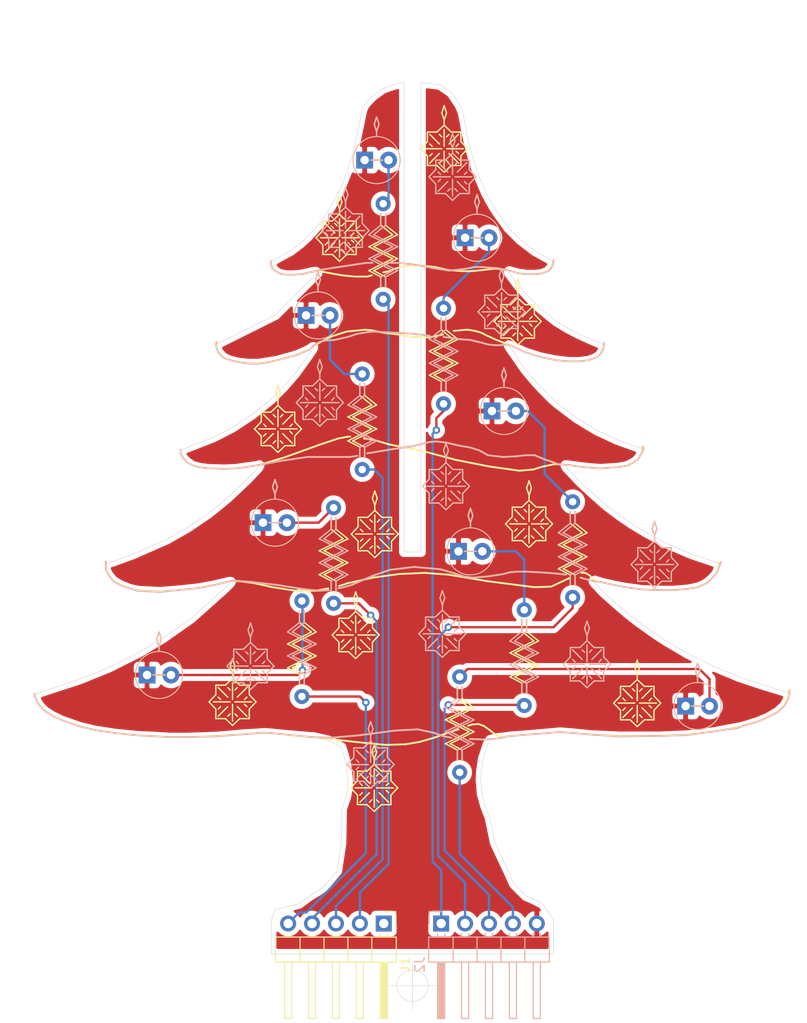
<source format=kicad_pcb>
(kicad_pcb (version 20171130) (host pcbnew "(5.1.5)-3")
  (layers (0 F.Cu signal) (31 B.Cu signal) (34 B.Paste user) (35 F.Paste user) (36 B.SilkS user) (37 F.SilkS user) (38 B.Mask user) (39 F.Mask user) (44 Edge.Cuts user))
  (net 0 "")
  (net 1 /GND)
  (net 2 "Net-(D2-Pad2)")
  (net 3 "Net-(D3-Pad2)")
  (net 4 "Net-(D4-Pad2)")
  (net 5 "Net-(D5-Pad2)")
  (net 6 "Net-(D6-Pad2)")
  (net 7 "Net-(D7-Pad2)")
  (net 8 "Net-(D8-Pad2)")
  (net 9 "Net-(D9-Pad2)")
  (net 10 "Net-(J1-Pad5)")
  (net 11 "Net-(J1-Pad4)")
  (net 12 "Net-(J1-Pad3)")
  (net 13 "Net-(J1-Pad2)")
  (net 14 "Net-(J2-Pad4)")
  (net 15 "Net-(J2-Pad3)")
  (net 16 "Net-(J2-Pad2)")
  (net 17 "Net-(J2-Pad1)")
  (module christmas:star (layer F.Cu) (at 99.441 133.9215)
    (fp_text reference A? hide)
    (fp_text value STAR hide)
  )
  (module christmas:star (layer B.Cu) (at 109.22 117.5385 180)
    (fp_text reference A? hide)
    (fp_text value STAR hide)
  )
  (module christmas:resistor (layer F.Cu) (at 93.0275 114.046 270)
    (fp_text reference R5)
    (fp_text value 220)
    (pad 1 thru_hole circle (at 0 0 270) (size 1.6 1.6) (drill 0.8) (layers *.Cu *.Mask) (net 5 "Net-(D5-Pad2)"))
    (pad 2 thru_hole oval (at 10.16 0 270) (size 1.6 1.6) (drill 0.8) (layers *.Cu *.Mask) (net 10 "Net-(J1-Pad5)"))
  )
  (module christmas:star (layer B.Cu) (at 88.8365 120.9675 180)
    (fp_text reference A? hide)
    (fp_text value STAR hide)
  )
  (module christmas:star (layer F.Cu) (at 84.3915 124.7775)
    (fp_text reference A? hide)
    (fp_text value STAR hide)
  )
  (module christmas:resistor (layer F.Cu) (at 101.6635 71.8185 270)
    (fp_text reference R2)
    (fp_text value 220)
    (pad 1 thru_hole circle (at 0 0 270) (size 1.6 1.6) (drill 0.8) (layers *.Cu *.Mask) (net 2 "Net-(D2-Pad2)"))
    (pad 2 thru_hole oval (at 10.16 0 270) (size 1.6 1.6) (drill 0.8) (layers *.Cu *.Mask) (net 13 "Net-(J1-Pad2)"))
  )
  (module christmas:star (layer B.Cu) (at 110.2995 68.961 180)
    (fp_text reference A? hide)
    (fp_text value STAR hide)
  )
  (module christmas:star (layer F.Cu) (at 106.8705 65.9765)
    (fp_text reference A? hide)
    (fp_text value STAR hide)
  )
  (module christmas:star (layer F.Cu) (at 99.5045 106.934)
    (fp_text reference A? hide)
    (fp_text value STAR hide)
  )
  (module christmas:star (layer B.Cu) (at 98.933 74.676 180)
    (fp_text reference A? hide)
    (fp_text value STAR hide)
  )
  (module christmas:star (layer B.Cu) (at 124.587 120.777 180)
    (fp_text reference A? hide)
    (fp_text value STAR hide)
  )
  (module christmas:star (layer B.Cu) (at 101.6 131.445 180)
    (fp_text reference A? hide)
    (fp_text value STAR hide)
  )
  (module christmas:star (layer B.Cu) (at 96.2025 92.964 180)
    (fp_text reference A? hide)
    (fp_text value STAR hide)
  )
  (module christmas:star (layer B.Cu) (at 131.7625 110.1725 180)
    (fp_text reference A? hide)
    (fp_text value STAR hide)
  )
  (module christmas:star (layer B.Cu) (at 109.601 101.854 180)
    (fp_text reference A? hide)
    (fp_text value STAR hide)
  )
  (module christmas:star (layer B.Cu) (at 115.5065 83.312 180)
    (fp_text reference A? hide)
    (fp_text value STAR hide)
  )
  (module christmas:star (layer F.Cu) (at 114.681 84.328)
    (fp_text reference A? hide)
    (fp_text value STAR hide)
  )
  (module christmas:star (layer F.Cu) (at 95.758 75.438)
    (fp_text reference A? hide)
    (fp_text value STAR hide)
  )
  (module christmas:star (layer F.Cu) (at 127.381 124.9045)
    (fp_text reference A? hide)
    (fp_text value STAR hide)
  )
  (module christmas:star (layer F.Cu) (at 115.8875 105.8545)
    (fp_text reference A? hide)
    (fp_text value STAR hide)
  )
  (module christmas:star (layer F.Cu) (at 97.4725 117.6655)
    (fp_text reference A? hide)
    (fp_text value STAR hide)
  )
  (module christmas:star (layer F.Cu) (at 89.2175 95.758)
    (fp_text reference A? hide)
    (fp_text value STAR hide)
  )
  (module christmas:resistor (layer F.Cu) (at 99.441 89.916 270)
    (fp_text reference R3)
    (fp_text value 220)
    (pad 1 thru_hole circle (at 0 0 270) (size 1.6 1.6) (drill 0.8) (layers *.Cu *.Mask) (net 3 "Net-(D3-Pad2)"))
    (pad 2 thru_hole oval (at 10.16 0 270) (size 1.6 1.6) (drill 0.8) (layers *.Cu *.Mask) (net 12 "Net-(J1-Pad3)"))
  )
  (module christmas:resistor (layer F.Cu) (at 96.393 104.14 270)
    (fp_text reference R4)
    (fp_text value 220)
    (pad 1 thru_hole circle (at 0 0 270) (size 1.6 1.6) (drill 0.8) (layers *.Cu *.Mask) (net 4 "Net-(D4-Pad2)"))
    (pad 2 thru_hole oval (at 10.16 0 270) (size 1.6 1.6) (drill 0.8) (layers *.Cu *.Mask) (net 11 "Net-(J1-Pad4)"))
  )
  (module christmas:resistor (layer F.Cu) (at 108.077 82.931 270)
    (fp_text reference R6)
    (fp_text value 220)
    (pad 1 thru_hole circle (at 0 0 270) (size 1.6 1.6) (drill 0.8) (layers *.Cu *.Mask) (net 6 "Net-(D6-Pad2)"))
    (pad 2 thru_hole oval (at 10.16 0 270) (size 1.6 1.6) (drill 0.8) (layers *.Cu *.Mask) (net 17 "Net-(J2-Pad1)"))
  )
  (module christmas:resistor (layer F.Cu) (at 121.793 103.505 270)
    (fp_text reference R7)
    (fp_text value 220)
    (pad 1 thru_hole circle (at 0 0 270) (size 1.6 1.6) (drill 0.8) (layers *.Cu *.Mask) (net 7 "Net-(D7-Pad2)"))
    (pad 2 thru_hole oval (at 10.16 0 270) (size 1.6 1.6) (drill 0.8) (layers *.Cu *.Mask) (net 16 "Net-(J2-Pad2)"))
  )
  (module christmas:resistor (layer F.Cu) (at 116.6495 114.9985 270)
    (fp_text reference R8)
    (fp_text value 220)
    (pad 1 thru_hole circle (at 0 0 270) (size 1.6 1.6) (drill 0.8) (layers *.Cu *.Mask) (net 8 "Net-(D8-Pad2)"))
    (pad 2 thru_hole oval (at 10.16 0 270) (size 1.6 1.6) (drill 0.8) (layers *.Cu *.Mask) (net 15 "Net-(J2-Pad3)"))
  )
  (module christmas:resistor (layer F.Cu) (at 109.7915 122.1105 270)
    (fp_text reference R9)
    (fp_text value 220)
    (pad 1 thru_hole circle (at 0 0 270) (size 1.6 1.6) (drill 0.8) (layers *.Cu *.Mask) (net 9 "Net-(D9-Pad2)"))
    (pad 2 thru_hole oval (at 10.16 0 270) (size 1.6 1.6) (drill 0.8) (layers *.Cu *.Mask) (net 14 "Net-(J2-Pad4)"))
  )
  (module christmas:LED_D5.0mm (layer F.Cu) (at 93.472 83.693)
    (fp_text reference D3 hide)
    (fp_text value LED_Small)
    (pad 2 thru_hole circle (at 2.54 0) (size 1.8 1.8) (drill 0.9) (layers *.Cu *.Mask) (net 3 "Net-(D3-Pad2)"))
    (pad 1 thru_hole rect (at 0 0) (size 1.8 1.8) (drill 0.9) (layers *.Cu *.Mask) (net 1 /GND))
  )
  (module christmas:LED_D5.0mm (layer F.Cu) (at 99.695 67.183)
    (fp_text reference D2 hide)
    (fp_text value LED_Small)
    (pad 2 thru_hole circle (at 2.54 0) (size 1.8 1.8) (drill 0.9) (layers *.Cu *.Mask) (net 2 "Net-(D2-Pad2)"))
    (pad 1 thru_hole rect (at 0 0) (size 1.8 1.8) (drill 0.9) (layers *.Cu *.Mask) (net 1 /GND))
  )
  (module christmas:LED_D5.0mm (layer F.Cu) (at 88.9 105.7275)
    (fp_text reference D4 hide)
    (fp_text value LED_Small)
    (pad 2 thru_hole circle (at 2.54 0) (size 1.8 1.8) (drill 0.9) (layers *.Cu *.Mask) (net 4 "Net-(D4-Pad2)"))
    (pad 1 thru_hole rect (at 0 0) (size 1.8 1.8) (drill 0.9) (layers *.Cu *.Mask) (net 1 /GND))
  )
  (module christmas:LED_D5.0mm (layer F.Cu) (at 76.581 121.92)
    (fp_text reference D5 hide)
    (fp_text value LED_Small)
    (pad 2 thru_hole circle (at 2.54 0) (size 1.8 1.8) (drill 0.9) (layers *.Cu *.Mask) (net 5 "Net-(D5-Pad2)"))
    (pad 1 thru_hole rect (at 0 0) (size 1.8 1.8) (drill 0.9) (layers *.Cu *.Mask) (net 1 /GND))
  )
  (module christmas:LED_D5.0mm (layer F.Cu) (at 110.363 75.438)
    (fp_text reference D6 hide)
    (fp_text value LED_Small)
    (pad 2 thru_hole circle (at 2.54 0) (size 1.8 1.8) (drill 0.9) (layers *.Cu *.Mask) (net 6 "Net-(D6-Pad2)"))
    (pad 1 thru_hole rect (at 0 0) (size 1.8 1.8) (drill 0.9) (layers *.Cu *.Mask) (net 1 /GND))
  )
  (module christmas:LED_D5.0mm (layer F.Cu) (at 113.2205 93.853)
    (fp_text reference D7 hide)
    (fp_text value LED_Small)
    (pad 2 thru_hole circle (at 2.54 0) (size 1.8 1.8) (drill 0.9) (layers *.Cu *.Mask) (net 7 "Net-(D7-Pad2)"))
    (pad 1 thru_hole rect (at 0 0) (size 1.8 1.8) (drill 0.9) (layers *.Cu *.Mask) (net 1 /GND))
  )
  (module christmas:LED_D5.0mm (layer F.Cu) (at 109.6645 108.7755)
    (fp_text reference D8 hide)
    (fp_text value LED_Small)
    (pad 2 thru_hole circle (at 2.54 0) (size 1.8 1.8) (drill 0.9) (layers *.Cu *.Mask) (net 8 "Net-(D8-Pad2)"))
    (pad 1 thru_hole rect (at 0 0) (size 1.8 1.8) (drill 0.9) (layers *.Cu *.Mask) (net 1 /GND))
  )
  (module christmas:LED_D5.0mm (layer F.Cu) (at 133.7945 125.222)
    (fp_text reference D9 hide)
    (fp_text value LED_Small)
    (pad 2 thru_hole circle (at 2.54 0) (size 1.8 1.8) (drill 0.9) (layers *.Cu *.Mask) (net 9 "Net-(D9-Pad2)"))
    (pad 1 thru_hole rect (at 0 0) (size 1.8 1.8) (drill 0.9) (layers *.Cu *.Mask) (net 1 /GND))
  )
  (module Pin_Headers:Pin_Header_Angled_1x05_Pitch2.54mm (layer F.Cu) (at 101.727 148.336 270)
    (fp_text reference J1 (at 4.385 -2.27 90) (layer F.SilkS))
    (fp_text value LEFT)
    (pad 1 thru_hole rect (at 0 0 270) (size 1.7 1.7) (drill 1) (layers *.Cu *.Mask))
    (pad 2 thru_hole oval (at 0 2.54 270) (size 1.7 1.7) (drill 1) (layers *.Cu *.Mask) (net 13 "Net-(J1-Pad2)"))
    (pad 3 thru_hole oval (at 0 5.08 270) (size 1.7 1.7) (drill 1) (layers *.Cu *.Mask) (net 12 "Net-(J1-Pad3)"))
    (pad 4 thru_hole oval (at 0 7.62 270) (size 1.7 1.7) (drill 1) (layers *.Cu *.Mask) (net 11 "Net-(J1-Pad4)"))
    (pad 5 thru_hole oval (at 0 10.16 270) (size 1.7 1.7) (drill 1) (layers *.Cu *.Mask) (net 10 "Net-(J1-Pad5)"))
  )
  (module Pin_Headers:Pin_Header_Angled_1x05_Pitch2.54mm (layer B.Cu) (at 107.823 148.336 270)
    (fp_text reference J2 (at 4.385 2.27 270) (layer B.SilkS) (effects (justify mirror)))
    (fp_text value RIGHT)
    (pad 5 thru_hole oval (at 0 -10.16 270) (size 1.7 1.7) (drill 1) (layers *.Cu *.Mask) (net 1 /GND))
    (pad 4 thru_hole oval (at 0 -7.62 270) (size 1.7 1.7) (drill 1) (layers *.Cu *.Mask) (net 14 "Net-(J2-Pad4)"))
    (pad 3 thru_hole oval (at 0 -5.08 270) (size 1.7 1.7) (drill 1) (layers *.Cu *.Mask) (net 15 "Net-(J2-Pad3)"))
    (pad 2 thru_hole oval (at 0 -2.54 270) (size 1.7 1.7) (drill 1) (layers *.Cu *.Mask) (net 16 "Net-(J2-Pad2)"))
    (pad 1 thru_hole rect (at 0 0 270) (size 1.7 1.7) (drill 1) (layers *.Cu *.Mask) (net 17 "Net-(J2-Pad1)"))
  )
  (gr_line (start 109.9185 86.233) (end 108.077 85.979) (layer B.SilkS) (width 0.2))
  (gr_line (start 110.4265 85.217) (end 109.1565 85.344) (layer F.SilkS) (width 0.2))
  (gr_line (start 106.553 86.0425) (end 108.0135 85.725) (layer F.SilkS) (width 0.2))
  (gr_line (start 109.7915 61.341) (end 110.109 62.103) (layer Edge.Cuts) (width 0.05))
  (gr_line (start 108.9025 60.0075) (end 109.7915 61.341) (layer Edge.Cuts) (width 0.05))
  (gr_line (start 107.696 59.182) (end 108.9025 60.0075) (layer Edge.Cuts) (width 0.05))
  (gr_line (start 105.664 58.928) (end 107.696 59.182) (layer Edge.Cuts) (width 0.05))
  (gr_line (start 99.441 61.849) (end 99.1235 63.373) (layer Edge.Cuts) (width 0.05))
  (gr_line (start 99.695 61.2775) (end 99.441 61.849) (layer Edge.Cuts) (width 0.05))
  (gr_line (start 100.5205 60.3885) (end 99.695 61.2775) (layer Edge.Cuts) (width 0.05))
  (gr_line (start 101.6635 59.563) (end 100.5205 60.3885) (layer Edge.Cuts) (width 0.05))
  (gr_line (start 102.997 59.1185) (end 101.6635 59.563) (layer Edge.Cuts) (width 0.05))
  (gr_line (start 102.997 59.1185) (end 103.886 58.928) (layer Edge.Cuts) (width 0.05))
  (gr_line (start 95.885 128.905) (end 97.2185 129.6035) (layer Edge.Cuts) (width 0.05))
  (gr_line (start 94.234 128.524) (end 95.885 128.905) (layer Edge.Cuts) (width 0.05))
  (gr_line (start 92.71 146.2405) (end 90.17 146.8755) (layer Edge.Cuts) (width 0.05))
  (gr_line (start 116.84 145.415) (end 115.57 144.145) (layer Edge.Cuts) (width 0.05))
  (gr_line (start 117.4877 145.6817) (end 116.84 145.415) (layer Edge.Cuts) (width 0.05))
  (gr_line (start 113.03 128.8415) (end 113.665 128.651) (layer Edge.Cuts) (width 0.05))
  (gr_line (start 103.886 108.839) (end 103.886 58.928) (layer Edge.Cuts) (width 0.05))
  (gr_line (start 105.664 108.839) (end 103.886 108.839) (layer Edge.Cuts) (width 0.05))
  (gr_line (start 105.3465 127.6985) (end 102.9335 127.8255) (layer B.SilkS) (width 0.2))
  (gr_line (start 107.1245 128.0795) (end 105.3465 127.6985) (layer B.SilkS) (width 0.2))
  (gr_line (start 107.95 128.397) (end 107.1245 128.0795) (layer B.SilkS) (width 0.2))
  (gr_line (start 108.9025 128.5875) (end 107.95 128.397) (layer B.SilkS) (width 0.2))
  (gr_line (start 112.3315 128.778) (end 110.871 128.7145) (layer B.SilkS) (width 0.2))
  (gr_line (start 113.411 128.7145) (end 112.3315 128.778) (layer B.SilkS) (width 0.2))
  (gr_line (start 114.2365 128.5875) (end 113.411 128.7145) (layer B.SilkS) (width 0.2))
  (gr_line (start 114.8715 128.4605) (end 114.2365 128.5875) (layer B.SilkS) (width 0.2))
  (gr_line (start 115.5065 128.397) (end 114.8715 128.4605) (layer B.SilkS) (width 0.2))
  (gr_line (start 116.84 128.27) (end 115.5065 128.397) (layer B.SilkS) (width 0.2))
  (gr_line (start 118.618 128.143) (end 116.84 128.27) (layer B.SilkS) (width 0.2))
  (gr_line (start 120.015 128.016) (end 118.618 128.143) (layer B.SilkS) (width 0.2))
  (gr_line (start 120.777 128.016) (end 120.015 128.016) (layer B.SilkS) (width 0.2))
  (gr_line (start 121.666 128.0795) (end 120.777 128.016) (layer B.SilkS) (width 0.2))
  (gr_line (start 123.8885 128.27) (end 121.666 128.0795) (layer B.SilkS) (width 0.2))
  (gr_line (start 126.746 128.4605) (end 123.8885 128.27) (layer B.SilkS) (width 0.2))
  (gr_line (start 130.429 128.397) (end 126.746 128.4605) (layer B.SilkS) (width 0.2))
  (gr_line (start 131.445 128.397) (end 130.429 128.397) (layer B.SilkS) (width 0.2))
  (gr_line (start 132.7785 128.3335) (end 131.445 128.397) (layer B.SilkS) (width 0.2))
  (gr_line (start 133.6675 128.3335) (end 132.7785 128.3335) (layer B.SilkS) (width 0.2))
  (gr_line (start 134.239 128.27) (end 133.6675 128.3335) (layer B.SilkS) (width 0.2))
  (gr_line (start 135.636 128.0795) (end 134.239 128.27) (layer B.SilkS) (width 0.2))
  (gr_line (start 137.8585 127.762) (end 135.636 128.0795) (layer B.SilkS) (width 0.2))
  (gr_line (start 139.2555 127.5715) (end 137.8585 127.762) (layer B.SilkS) (width 0.2))
  (gr_line (start 140.1445 127.254) (end 139.2555 127.5715) (layer B.SilkS) (width 0.2))
  (gr_line (start 141.478 126.873) (end 140.1445 127.254) (layer B.SilkS) (width 0.2))
  (gr_line (start 142.494 126.4285) (end 141.478 126.873) (layer B.SilkS) (width 0.2))
  (gr_line (start 143.5735 125.857) (end 142.494 126.4285) (layer B.SilkS) (width 0.2))
  (gr_line (start 144.272 125.222) (end 143.5735 125.857) (layer B.SilkS) (width 0.2))
  (gr_line (start 144.7165 124.3965) (end 144.272 125.222) (layer B.SilkS) (width 0.2))
  (gr_line (start 144.7165 124.3965) (end 144.8435 123.571) (layer B.SilkS) (width 0.2))
  (gr_line (start 99.06 128.3335) (end 102.9335 127.8255) (layer B.SilkS) (width 0.2))
  (gr_line (start 96.139 128.5875) (end 99.06 128.3335) (layer B.SilkS) (width 0.2))
  (gr_line (start 94.107 128.524) (end 96.139 128.5875) (layer B.SilkS) (width 0.2))
  (gr_line (start 93.472 128.4605) (end 94.107 128.524) (layer B.SilkS) (width 0.2))
  (gr_line (start 92.1385 128.3335) (end 93.472 128.4605) (layer B.SilkS) (width 0.2))
  (gr_line (start 90.8685 128.2065) (end 92.1385 128.3335) (layer B.SilkS) (width 0.2))
  (gr_line (start 89.535 128.0795) (end 90.8685 128.2065) (layer B.SilkS) (width 0.2))
  (gr_line (start 88.7095 128.0795) (end 89.535 128.0795) (layer B.SilkS) (width 0.2))
  (gr_line (start 87.9475 128.143) (end 88.7095 128.0795) (layer B.SilkS) (width 0.2))
  (gr_line (start 84.5185 128.397) (end 87.9475 128.143) (layer B.SilkS) (width 0.2))
  (gr_line (start 83.693 128.4605) (end 84.5185 128.397) (layer B.SilkS) (width 0.2))
  (gr_line (start 81.0895 128.524) (end 83.693 128.4605) (layer B.SilkS) (width 0.2))
  (gr_line (start 80.3275 128.524) (end 81.0895 128.524) (layer B.SilkS) (width 0.2))
  (gr_line (start 78.867 128.524) (end 80.3275 128.524) (layer B.SilkS) (width 0.2))
  (gr_line (start 77.7875 128.4605) (end 78.867 128.524) (layer B.SilkS) (width 0.2))
  (gr_line (start 75.438 128.3335) (end 77.7875 128.4605) (layer B.SilkS) (width 0.2))
  (gr_line (start 73.025 128.0795) (end 75.438 128.3335) (layer B.SilkS) (width 0.2))
  (gr_line (start 70.993 127.762) (end 73.025 128.0795) (layer B.SilkS) (width 0.2))
  (gr_line (start 69.4055 127.381) (end 70.993 127.762) (layer B.SilkS) (width 0.2))
  (gr_line (start 67.564 126.746) (end 69.4055 127.381) (layer B.SilkS) (width 0.2))
  (gr_line (start 66.6115 126.3015) (end 67.564 126.746) (layer B.SilkS) (width 0.2))
  (gr_line (start 65.786 125.7935) (end 66.6115 126.3015) (layer B.SilkS) (width 0.2))
  (gr_line (start 65.2145 125.222) (end 65.786 125.7935) (layer B.SilkS) (width 0.2))
  (gr_line (start 64.9605 124.841) (end 65.2145 125.222) (layer B.SilkS) (width 0.2))
  (gr_line (start 64.643 124.1425) (end 64.9605 124.841) (layer B.SilkS) (width 0.2))
  (gr_line (start 64.643 123.8885) (end 64.643 124.1425) (layer B.SilkS) (width 0.2))
  (gr_line (start 115.1255 110.998) (end 114.427 111.1885) (layer B.SilkS) (width 0.2))
  (gr_line (start 115.824 110.9345) (end 115.1255 110.998) (layer B.SilkS) (width 0.2))
  (gr_line (start 116.9035 110.9345) (end 115.824 110.9345) (layer B.SilkS) (width 0.2))
  (gr_line (start 118.237 110.998) (end 116.9035 110.9345) (layer B.SilkS) (width 0.2))
  (gr_line (start 119.126 111.0615) (end 118.237 110.998) (layer B.SilkS) (width 0.2))
  (gr_line (start 119.9515 111.125) (end 119.126 111.0615) (layer B.SilkS) (width 0.2))
  (gr_line (start 121.0945 111.252) (end 119.9515 111.125) (layer B.SilkS) (width 0.2))
  (gr_line (start 123.7615 111.887) (end 122.6185 111.5695) (layer B.SilkS) (width 0.2))
  (gr_line (start 124.968 112.0775) (end 123.7615 111.887) (layer B.SilkS) (width 0.2))
  (gr_line (start 126.0475 112.3315) (end 124.968 112.0775) (layer B.SilkS) (width 0.2))
  (gr_line (start 127.762 112.649) (end 126.0475 112.3315) (layer B.SilkS) (width 0.2))
  (gr_line (start 129.3495 112.8395) (end 127.762 112.649) (layer B.SilkS) (width 0.2))
  (gr_line (start 131.445 112.903) (end 129.3495 112.8395) (layer B.SilkS) (width 0.2))
  (gr_line (start 132.461 112.903) (end 131.445 112.903) (layer B.SilkS) (width 0.2))
  (gr_line (start 133.985 112.776) (end 132.461 112.903) (layer B.SilkS) (width 0.2))
  (gr_line (start 135.128 112.5855) (end 133.985 112.776) (layer B.SilkS) (width 0.2))
  (gr_line (start 135.509 112.395) (end 135.128 112.5855) (layer B.SilkS) (width 0.2))
  (gr_line (start 136.0805 112.141) (end 135.509 112.395) (layer B.SilkS) (width 0.2))
  (gr_line (start 136.525 111.6965) (end 136.0805 112.141) (layer B.SilkS) (width 0.2))
  (gr_line (start 137.0965 111.0615) (end 136.525 111.6965) (layer B.SilkS) (width 0.2))
  (gr_line (start 137.0965 111.0615) (end 137.541 109.9185) (layer B.SilkS) (width 0.2))
  (gr_line (start 112.776 111.4425) (end 114.427 111.1885) (layer B.SilkS) (width 0.2))
  (gr_line (start 111.1885 111.5695) (end 112.776 111.4425) (layer B.SilkS) (width 0.2))
  (gr_line (start 110.236 111.4425) (end 111.1885 111.5695) (layer B.SilkS) (width 0.2))
  (gr_line (start 109.2835 111.125) (end 110.236 111.4425) (layer B.SilkS) (width 0.2))
  (gr_line (start 107.7595 110.6805) (end 109.2835 111.125) (layer B.SilkS) (width 0.2))
  (gr_line (start 104.9655 110.4265) (end 107.7595 110.6805) (layer B.SilkS) (width 0.2))
  (gr_line (start 102.362 110.744) (end 104.9655 110.4265) (layer B.SilkS) (width 0.2))
  (gr_line (start 100.5205 111.379) (end 102.362 110.744) (layer B.SilkS) (width 0.2))
  (gr_line (start 98.3615 112.3315) (end 100.5205 111.379) (layer B.SilkS) (width 0.2))
  (gr_line (start 97.4725 112.5855) (end 98.3615 112.3315) (layer B.SilkS) (width 0.2))
  (gr_line (start 96.901 112.7125) (end 97.4725 112.5855) (layer B.SilkS) (width 0.2))
  (gr_line (start 94.8055 112.9665) (end 95.885 112.903) (layer B.SilkS) (width 0.2))
  (gr_line (start 93.091 112.776) (end 94.8055 112.9665) (layer B.SilkS) (width 0.2))
  (gr_line (start 90.297 112.3315) (end 93.091 112.776) (layer B.SilkS) (width 0.2))
  (gr_line (start 87.5665 112.014) (end 90.297 112.3315) (layer B.SilkS) (width 0.2))
  (gr_line (start 85.852 111.887) (end 87.5665 112.014) (layer B.SilkS) (width 0.2))
  (gr_line (start 85.344 111.9505) (end 85.852 111.887) (layer B.SilkS) (width 0.2))
  (gr_line (start 84.1375 112.268) (end 85.344 111.9505) (layer B.SilkS) (width 0.2))
  (gr_line (start 82.2325 112.649) (end 84.1375 112.268) (layer B.SilkS) (width 0.2))
  (gr_line (start 81.788 112.7125) (end 82.2325 112.649) (layer B.SilkS) (width 0.2))
  (gr_line (start 77.9145 113.0935) (end 81.788 112.7125) (layer B.SilkS) (width 0.2))
  (gr_line (start 75.565 112.9665) (end 77.9145 113.0935) (layer B.SilkS) (width 0.2))
  (gr_line (start 74.7395 112.7125) (end 75.565 112.9665) (layer B.SilkS) (width 0.2))
  (gr_line (start 73.787 112.395) (end 74.7395 112.7125) (layer B.SilkS) (width 0.2))
  (gr_line (start 73.025 111.9505) (end 73.787 112.395) (layer B.SilkS) (width 0.2))
  (gr_line (start 72.517 111.3155) (end 73.025 111.9505) (layer B.SilkS) (width 0.2))
  (gr_line (start 72.1995 110.744) (end 72.517 111.3155) (layer B.SilkS) (width 0.2))
  (gr_line (start 72.1995 109.855) (end 72.1995 110.744) (layer B.SilkS) (width 0.2))
  (gr_line (start 107.315 97.0915) (end 106.553 97.155) (layer B.SilkS) (width 0.2))
  (gr_line (start 108.3945 97.2185) (end 107.315 97.0915) (layer B.SilkS) (width 0.2))
  (gr_line (start 109.728 97.536) (end 108.3945 97.2185) (layer B.SilkS) (width 0.2))
  (gr_line (start 110.871 97.7265) (end 109.728 97.536) (layer B.SilkS) (width 0.2))
  (gr_line (start 111.887 98.044) (end 110.871 97.7265) (layer B.SilkS) (width 0.2))
  (gr_line (start 112.776 98.552) (end 111.887 98.044) (layer B.SilkS) (width 0.2))
  (gr_line (start 114.3635 98.7425) (end 112.776 98.552) (layer B.SilkS) (width 0.2))
  (gr_line (start 115.697 98.679) (end 114.3635 98.7425) (layer B.SilkS) (width 0.2))
  (gr_line (start 116.84 98.552) (end 115.697 98.679) (layer B.SilkS) (width 0.2))
  (gr_line (start 117.729 98.552) (end 116.84 98.552) (layer B.SilkS) (width 0.2))
  (gr_line (start 118.8085 98.9965) (end 117.729 98.552) (layer B.SilkS) (width 0.2))
  (gr_line (start 119.5705 99.2505) (end 118.8085 98.9965) (layer B.SilkS) (width 0.2))
  (gr_line (start 120.269 99.5045) (end 119.5705 99.2505) (layer B.SilkS) (width 0.2))
  (gr_line (start 120.9675 99.568) (end 120.269 99.5045) (layer B.SilkS) (width 0.2))
  (gr_line (start 121.285 99.568) (end 120.9675 99.568) (layer B.SilkS) (width 0.2))
  (gr_line (start 121.9835 99.695) (end 121.285 99.568) (layer B.SilkS) (width 0.2))
  (gr_line (start 122.936 99.822) (end 121.9835 99.695) (layer B.SilkS) (width 0.2))
  (gr_line (start 124.6505 99.949) (end 122.936 99.822) (layer B.SilkS) (width 0.2))
  (gr_line (start 124.968 99.949) (end 124.6505 99.949) (layer B.SilkS) (width 0.2))
  (gr_line (start 126.6825 99.822) (end 124.968 99.949) (layer B.SilkS) (width 0.2))
  (gr_line (start 127.4445 99.695) (end 126.6825 99.822) (layer B.SilkS) (width 0.2))
  (gr_line (start 127.6985 99.6315) (end 127.4445 99.695) (layer B.SilkS) (width 0.2))
  (gr_line (start 128.27 99.314) (end 127.6985 99.6315) (layer B.SilkS) (width 0.2))
  (gr_line (start 128.7145 98.9965) (end 128.27 99.314) (layer B.SilkS) (width 0.2))
  (gr_line (start 129.032 98.4885) (end 128.7145 98.9965) (layer B.SilkS) (width 0.2))
  (gr_line (start 129.286 98.044) (end 129.032 98.4885) (layer B.SilkS) (width 0.2))
  (gr_line (start 129.286 97.663) (end 129.286 98.044) (layer B.SilkS) (width 0.2))
  (gr_line (start 104.775 97.5995) (end 106.553 97.155) (layer B.SilkS) (width 0.2))
  (gr_line (start 102.616 97.917) (end 104.775 97.5995) (layer B.SilkS) (width 0.2))
  (gr_line (start 101.092 98.171) (end 102.616 97.917) (layer B.SilkS) (width 0.2))
  (gr_line (start 99.949 98.3615) (end 101.092 98.171) (layer B.SilkS) (width 0.2))
  (gr_line (start 98.1075 98.7425) (end 98.933 98.6155) (layer B.SilkS) (width 0.2))
  (gr_line (start 96.0755 98.7425) (end 98.1075 98.7425) (layer B.SilkS) (width 0.2))
  (gr_line (start 93.599 98.7425) (end 96.0755 98.7425) (layer B.SilkS) (width 0.2))
  (gr_line (start 90.6145 99.187) (end 93.599 98.7425) (layer B.SilkS) (width 0.2))
  (gr_line (start 88.646 99.568) (end 90.6145 99.187) (layer B.SilkS) (width 0.2))
  (gr_line (start 87.884 99.695) (end 88.646 99.568) (layer B.SilkS) (width 0.2))
  (gr_line (start 87.122 99.822) (end 87.884 99.695) (layer B.SilkS) (width 0.2))
  (gr_line (start 86.233 99.949) (end 87.122 99.822) (layer B.SilkS) (width 0.2))
  (gr_line (start 84.7725 100.0125) (end 86.233 99.949) (layer B.SilkS) (width 0.2))
  (gr_line (start 82.9945 99.949) (end 84.7725 100.0125) (layer B.SilkS) (width 0.2))
  (gr_line (start 82.55 99.8855) (end 82.9945 99.949) (layer B.SilkS) (width 0.2))
  (gr_line (start 82.1055 99.822) (end 82.55 99.8855) (layer B.SilkS) (width 0.2))
  (gr_line (start 81.407 99.6315) (end 82.1055 99.822) (layer B.SilkS) (width 0.2))
  (gr_line (start 80.8355 99.314) (end 81.407 99.6315) (layer B.SilkS) (width 0.2))
  (gr_line (start 80.391 98.806) (end 80.8355 99.314) (layer B.SilkS) (width 0.2))
  (gr_line (start 80.137 98.3615) (end 80.391 98.806) (layer B.SilkS) (width 0.2))
  (gr_line (start 80.137 97.9805) (end 80.137 98.3615) (layer B.SilkS) (width 0.2))
  (gr_line (start 125.095 86.995) (end 125.095 86.614) (layer B.SilkS) (width 0.2))
  (gr_line (start 125.0315 87.3125) (end 125.095 86.995) (layer B.SilkS) (width 0.2))
  (gr_line (start 124.841 87.6935) (end 125.0315 87.3125) (layer B.SilkS) (width 0.2))
  (gr_line (start 124.587 87.9475) (end 124.841 87.6935) (layer B.SilkS) (width 0.2))
  (gr_line (start 124.333 88.138) (end 124.587 87.9475) (layer B.SilkS) (width 0.2))
  (gr_line (start 123.5075 88.4555) (end 124.333 88.138) (layer B.SilkS) (width 0.2))
  (gr_line (start 122.4915 88.5825) (end 123.5075 88.4555) (layer B.SilkS) (width 0.2))
  (gr_line (start 122.2375 88.5825) (end 122.4915 88.5825) (layer B.SilkS) (width 0.2))
  (gr_line (start 121.412 88.5825) (end 122.2375 88.5825) (layer B.SilkS) (width 0.2))
  (gr_line (start 120.015 88.4555) (end 121.412 88.5825) (layer B.SilkS) (width 0.2))
  (gr_line (start 118.491 88.138) (end 120.015 88.4555) (layer B.SilkS) (width 0.2))
  (gr_line (start 117.602 87.884) (end 118.491 88.138) (layer B.SilkS) (width 0.2))
  (gr_line (start 116.6495 87.5665) (end 117.602 87.884) (layer B.SilkS) (width 0.2))
  (gr_line (start 115.316 86.9315) (end 116.6495 87.5665) (layer B.SilkS) (width 0.2))
  (gr_line (start 114.808 86.8045) (end 115.316 86.9315) (layer B.SilkS) (width 0.2))
  (gr_line (start 113.7285 86.868) (end 114.808 86.8045) (layer B.SilkS) (width 0.2))
  (gr_line (start 112.903 86.8045) (end 113.7285 86.868) (layer B.SilkS) (width 0.2))
  (gr_line (start 111.9505 86.5505) (end 112.903 86.8045) (layer B.SilkS) (width 0.2))
  (gr_line (start 110.871 86.2965) (end 111.9505 86.5505) (layer B.SilkS) (width 0.2))
  (gr_line (start 109.9185 86.233) (end 110.871 86.2965) (layer B.SilkS) (width 0.2))
  (gr_line (start 105.029 85.6615) (end 106.6165 85.852) (layer B.SilkS) (width 0.2))
  (gr_line (start 103.0605 85.5345) (end 105.029 85.6615) (layer B.SilkS) (width 0.2))
  (gr_line (start 101.6 85.471) (end 103.0605 85.5345) (layer B.SilkS) (width 0.2))
  (gr_line (start 100.711 85.4075) (end 101.6 85.471) (layer B.SilkS) (width 0.2))
  (gr_line (start 100.0125 85.471) (end 100.711 85.4075) (layer B.SilkS) (width 0.2))
  (gr_line (start 98.8695 85.6615) (end 100.0125 85.471) (layer B.SilkS) (width 0.2))
  (gr_line (start 97.917 85.979) (end 98.8695 85.6615) (layer B.SilkS) (width 0.2))
  (gr_line (start 96.52 86.2965) (end 97.917 85.979) (layer B.SilkS) (width 0.2))
  (gr_line (start 95.5675 86.36) (end 96.52 86.2965) (layer B.SilkS) (width 0.2))
  (gr_line (start 94.9325 86.487) (end 95.5675 86.36) (layer B.SilkS) (width 0.2))
  (gr_line (start 94.488 86.741) (end 94.9325 86.487) (layer B.SilkS) (width 0.2))
  (gr_line (start 94.107 87.0585) (end 94.488 86.741) (layer B.SilkS) (width 0.2))
  (gr_line (start 93.853 87.3125) (end 94.107 87.0585) (layer B.SilkS) (width 0.2))
  (gr_line (start 93.4085 87.503) (end 93.853 87.3125) (layer B.SilkS) (width 0.2))
  (gr_line (start 92.5195 87.884) (end 93.4085 87.503) (layer B.SilkS) (width 0.2))
  (gr_line (start 91.44 88.2015) (end 92.5195 87.884) (layer B.SilkS) (width 0.2))
  (gr_line (start 90.424 88.4555) (end 91.44 88.2015) (layer B.SilkS) (width 0.2))
  (gr_line (start 89.281 88.7095) (end 90.424 88.4555) (layer B.SilkS) (width 0.2))
  (gr_line (start 88.4555 88.8365) (end 89.281 88.7095) (layer B.SilkS) (width 0.2))
  (gr_line (start 87.4395 88.8365) (end 88.4555 88.8365) (layer B.SilkS) (width 0.2))
  (gr_line (start 86.2965 88.646) (end 87.4395 88.8365) (layer B.SilkS) (width 0.2))
  (gr_line (start 85.4075 88.4555) (end 86.2965 88.646) (layer B.SilkS) (width 0.2))
  (gr_line (start 84.709 88.2015) (end 85.4075 88.4555) (layer B.SilkS) (width 0.2))
  (gr_line (start 84.1375 87.63) (end 84.709 88.2015) (layer B.SilkS) (width 0.2))
  (gr_line (start 83.947 87.0585) (end 84.1375 87.63) (layer B.SilkS) (width 0.2))
  (gr_line (start 83.947 86.487) (end 83.947 87.0585) (layer B.SilkS) (width 0.2))
  (gr_line (start 119.6975 78.2955) (end 119.761 77.7875) (layer B.SilkS) (width 0.2))
  (gr_line (start 119.507 78.6765) (end 119.6975 78.2955) (layer B.SilkS) (width 0.2))
  (gr_line (start 119.1895 78.994) (end 119.507 78.6765) (layer B.SilkS) (width 0.2))
  (gr_line (start 118.491 79.248) (end 119.1895 78.994) (layer B.SilkS) (width 0.2))
  (gr_line (start 117.9195 79.3115) (end 118.491 79.248) (layer B.SilkS) (width 0.2))
  (gr_line (start 116.84 79.3115) (end 117.9195 79.3115) (layer B.SilkS) (width 0.2))
  (gr_line (start 116.1415 79.248) (end 116.84 79.3115) (layer B.SilkS) (width 0.2))
  (gr_line (start 115.062 78.9305) (end 116.1415 79.248) (layer B.SilkS) (width 0.2))
  (gr_line (start 113.8555 78.6765) (end 115.062 78.9305) (layer B.SilkS) (width 0.2))
  (gr_line (start 112.0775 78.5495) (end 113.8555 78.6765) (layer B.SilkS) (width 0.2))
  (gr_line (start 111.3155 78.5495) (end 112.0775 78.5495) (layer B.SilkS) (width 0.2))
  (gr_line (start 110.4265 78.74) (end 111.3155 78.5495) (layer B.SilkS) (width 0.2))
  (gr_line (start 108.712 78.9305) (end 110.4265 78.74) (layer B.SilkS) (width 0.2))
  (gr_line (start 106.9975 78.6765) (end 108.712 78.9305) (layer B.SilkS) (width 0.2))
  (gr_line (start 105.7275 78.4225) (end 106.9975 78.6765) (layer B.SilkS) (width 0.2))
  (gr_line (start 104.521 78.232) (end 105.7275 78.4225) (layer B.SilkS) (width 0.2))
  (gr_line (start 103.124 78.105) (end 104.521 78.232) (layer B.SilkS) (width 0.2))
  (gr_line (start 102.0445 78.105) (end 103.124 78.105) (layer B.SilkS) (width 0.2))
  (gr_line (start 99.8855 78.105) (end 100.5205 78.105) (layer B.SilkS) (width 0.2))
  (gr_line (start 96.52 78.613) (end 99.8855 78.105) (layer B.SilkS) (width 0.2))
  (gr_line (start 94.9325 78.867) (end 96.52 78.613) (layer B.SilkS) (width 0.2))
  (gr_line (start 94.488 78.994) (end 94.9325 78.867) (layer B.SilkS) (width 0.2))
  (gr_line (start 94.1705 79.0575) (end 94.488 78.994) (layer B.SilkS) (width 0.2))
  (gr_line (start 93.0275 79.3115) (end 94.1705 79.0575) (layer B.SilkS) (width 0.2))
  (gr_line (start 92.1385 79.375) (end 93.0275 79.3115) (layer B.SilkS) (width 0.2))
  (gr_line (start 91.5035 79.375) (end 92.1385 79.375) (layer B.SilkS) (width 0.2))
  (gr_line (start 90.805 79.3115) (end 91.5035 79.375) (layer B.SilkS) (width 0.2))
  (gr_line (start 90.17 78.9305) (end 90.805 79.3115) (layer B.SilkS) (width 0.2))
  (gr_line (start 89.8525 78.613) (end 90.17 78.9305) (layer B.SilkS) (width 0.2))
  (gr_line (start 89.7255 78.232) (end 89.8525 78.613) (layer B.SilkS) (width 0.2))
  (gr_line (start 89.7255 77.9145) (end 89.7255 78.232) (layer B.SilkS) (width 0.2))
  (gr_line (start 119.634 78.2955) (end 119.761 77.851) (layer F.SilkS) (width 0.2))
  (gr_line (start 119.4435 78.6765) (end 119.634 78.2955) (layer F.SilkS) (width 0.2))
  (gr_line (start 119.126 78.994) (end 119.4435 78.6765) (layer F.SilkS) (width 0.2))
  (gr_line (start 118.4275 79.248) (end 119.126 78.994) (layer F.SilkS) (width 0.2))
  (gr_line (start 117.7925 79.3115) (end 118.4275 79.248) (layer F.SilkS) (width 0.2))
  (gr_line (start 116.9035 79.3115) (end 117.7925 79.3115) (layer F.SilkS) (width 0.2))
  (gr_line (start 116.0145 79.1845) (end 116.9035 79.3115) (layer F.SilkS) (width 0.2))
  (gr_line (start 114.9985 78.9305) (end 116.0145 79.1845) (layer F.SilkS) (width 0.2))
  (gr_line (start 113.792 78.74) (end 114.9985 78.9305) (layer F.SilkS) (width 0.2))
  (gr_line (start 113.3475 78.74) (end 113.792 78.74) (layer F.SilkS) (width 0.2))
  (gr_line (start 112.268 78.867) (end 113.3475 78.74) (layer F.SilkS) (width 0.2))
  (gr_line (start 110.998 78.994) (end 112.268 78.867) (layer F.SilkS) (width 0.2))
  (gr_line (start 110.109 78.994) (end 110.998 78.994) (layer F.SilkS) (width 0.2))
  (gr_line (start 108.5215 78.867) (end 110.109 78.994) (layer F.SilkS) (width 0.2))
  (gr_line (start 107.188 78.5495) (end 108.5215 78.867) (layer F.SilkS) (width 0.2))
  (gr_line (start 105.9815 78.4225) (end 107.188 78.5495) (layer F.SilkS) (width 0.2))
  (gr_line (start 104.9655 78.359) (end 105.9815 78.4225) (layer F.SilkS) (width 0.2))
  (gr_line (start 103.759 78.486) (end 104.9655 78.359) (layer F.SilkS) (width 0.2))
  (gr_line (start 102.87 78.74) (end 103.759 78.486) (layer F.SilkS) (width 0.2))
  (gr_line (start 102.2985 78.994) (end 102.87 78.74) (layer F.SilkS) (width 0.2))
  (gr_line (start 101.6635 79.121) (end 102.2985 78.994) (layer F.SilkS) (width 0.2))
  (gr_line (start 99.949 79.5655) (end 100.457 79.4385) (layer F.SilkS) (width 0.2))
  (gr_line (start 98.6155 79.5655) (end 99.949 79.5655) (layer F.SilkS) (width 0.2))
  (gr_line (start 97.3455 79.4385) (end 98.6155 79.5655) (layer F.SilkS) (width 0.2))
  (gr_line (start 96.266 79.248) (end 97.3455 79.4385) (layer F.SilkS) (width 0.2))
  (gr_line (start 95.25 79.0575) (end 96.266 79.248) (layer F.SilkS) (width 0.2))
  (gr_line (start 94.5515 78.994) (end 95.25 79.0575) (layer F.SilkS) (width 0.2))
  (gr_line (start 94.361 78.994) (end 94.5515 78.994) (layer F.SilkS) (width 0.2))
  (gr_line (start 93.7895 79.121) (end 94.361 78.994) (layer F.SilkS) (width 0.2))
  (gr_line (start 92.9005 79.3115) (end 93.7895 79.121) (layer F.SilkS) (width 0.2))
  (gr_line (start 92.1385 79.375) (end 92.9005 79.3115) (layer F.SilkS) (width 0.2))
  (gr_line (start 91.3765 79.375) (end 92.1385 79.375) (layer F.SilkS) (width 0.2))
  (gr_line (start 90.9955 79.3115) (end 91.3765 79.375) (layer F.SilkS) (width 0.2))
  (gr_line (start 90.551 79.1845) (end 90.9955 79.3115) (layer F.SilkS) (width 0.2))
  (gr_line (start 90.17 78.9305) (end 90.551 79.1845) (layer F.SilkS) (width 0.2))
  (gr_line (start 89.916 78.613) (end 90.17 78.9305) (layer F.SilkS) (width 0.2))
  (gr_line (start 89.7255 77.978) (end 89.916 78.613) (layer F.SilkS) (width 0.2))
  (gr_line (start 125.095 87.0585) (end 125.1585 86.741) (layer F.SilkS) (width 0.2))
  (gr_line (start 124.7775 87.757) (end 125.095 87.0585) (layer F.SilkS) (width 0.2))
  (gr_line (start 124.333 88.138) (end 124.7775 87.757) (layer F.SilkS) (width 0.2))
  (gr_line (start 123.5075 88.4555) (end 124.333 88.138) (layer F.SilkS) (width 0.2))
  (gr_line (start 122.555 88.5825) (end 123.5075 88.4555) (layer F.SilkS) (width 0.2))
  (gr_line (start 121.285 88.5825) (end 122.555 88.5825) (layer F.SilkS) (width 0.2))
  (gr_line (start 120.015 88.4555) (end 121.285 88.5825) (layer F.SilkS) (width 0.2))
  (gr_line (start 118.4275 88.138) (end 120.015 88.4555) (layer F.SilkS) (width 0.2))
  (gr_line (start 117.221 87.757) (end 118.4275 88.138) (layer F.SilkS) (width 0.2))
  (gr_line (start 116.2685 87.376) (end 117.221 87.757) (layer F.SilkS) (width 0.2))
  (gr_line (start 115.3795 86.9315) (end 116.2685 87.376) (layer F.SilkS) (width 0.2))
  (gr_line (start 114.4905 86.614) (end 115.3795 86.9315) (layer F.SilkS) (width 0.2))
  (gr_line (start 113.538 86.233) (end 114.4905 86.614) (layer F.SilkS) (width 0.2))
  (gr_line (start 112.7125 85.852) (end 113.538 86.233) (layer F.SilkS) (width 0.2))
  (gr_line (start 112.0775 85.5345) (end 112.7125 85.852) (layer F.SilkS) (width 0.2))
  (gr_line (start 111.4425 85.344) (end 112.0775 85.5345) (layer F.SilkS) (width 0.2))
  (gr_line (start 110.6805 85.217) (end 111.4425 85.344) (layer F.SilkS) (width 0.2))
  (gr_line (start 110.4265 85.217) (end 110.6805 85.217) (layer F.SilkS) (width 0.2))
  (gr_line (start 104.648 85.979) (end 106.553 86.0425) (layer F.SilkS) (width 0.2))
  (gr_line (start 103.251 85.725) (end 104.648 85.979) (layer F.SilkS) (width 0.2))
  (gr_line (start 101.6635 85.5345) (end 103.251 85.725) (layer F.SilkS) (width 0.2))
  (gr_line (start 100.457 85.2805) (end 101.6635 85.5345) (layer F.SilkS) (width 0.2))
  (gr_line (start 99.7585 85.217) (end 100.457 85.2805) (layer F.SilkS) (width 0.2))
  (gr_line (start 97.79 85.4075) (end 99.7585 85.217) (layer F.SilkS) (width 0.2))
  (gr_line (start 96.2025 85.9155) (end 97.79 85.4075) (layer F.SilkS) (width 0.2))
  (gr_line (start 95.1865 86.4235) (end 96.2025 85.9155) (layer F.SilkS) (width 0.2))
  (gr_line (start 94.234 86.995) (end 95.1865 86.4235) (layer F.SilkS) (width 0.2))
  (gr_line (start 93.853 87.249) (end 94.234 86.995) (layer F.SilkS) (width 0.2))
  (gr_line (start 93.599 87.376) (end 93.853 87.249) (layer F.SilkS) (width 0.2))
  (gr_line (start 92.456 87.884) (end 93.599 87.376) (layer F.SilkS) (width 0.2))
  (gr_line (start 91.567 88.138) (end 92.456 87.884) (layer F.SilkS) (width 0.2))
  (gr_line (start 90.424 88.4555) (end 91.567 88.138) (layer F.SilkS) (width 0.2))
  (gr_line (start 89.7255 88.5825) (end 90.424 88.4555) (layer F.SilkS) (width 0.2))
  (gr_line (start 88.519 88.773) (end 89.7255 88.5825) (layer F.SilkS) (width 0.2))
  (gr_line (start 87.249 88.773) (end 88.519 88.773) (layer F.SilkS) (width 0.2))
  (gr_line (start 86.36 88.7095) (end 87.249 88.773) (layer F.SilkS) (width 0.2))
  (gr_line (start 85.4075 88.4555) (end 86.36 88.7095) (layer F.SilkS) (width 0.2))
  (gr_line (start 84.709 88.138) (end 85.4075 88.4555) (layer F.SilkS) (width 0.2))
  (gr_line (start 84.1375 87.5665) (end 84.709 88.138) (layer F.SilkS) (width 0.2))
  (gr_line (start 83.82 86.614) (end 84.1375 87.5665) (layer F.SilkS) (width 0.2))
  (gr_line (start 144.7165 124.0155) (end 144.7165 123.5075) (layer F.SilkS) (width 0.2))
  (gr_line (start 144.653 124.3965) (end 144.7165 124.0155) (layer F.SilkS) (width 0.2))
  (gr_line (start 144.2085 125.222) (end 144.653 124.3965) (layer F.SilkS) (width 0.2))
  (gr_line (start 143.5735 125.7935) (end 144.2085 125.222) (layer F.SilkS) (width 0.2))
  (gr_line (start 143.129 126.0475) (end 143.5735 125.7935) (layer F.SilkS) (width 0.2))
  (gr_line (start 142.113 126.619) (end 143.129 126.0475) (layer F.SilkS) (width 0.2))
  (gr_line (start 140.9065 127.0635) (end 142.113 126.619) (layer F.SilkS) (width 0.2))
  (gr_line (start 139.7635 127.381) (end 140.9065 127.0635) (layer F.SilkS) (width 0.2))
  (gr_line (start 139.319 127.4445) (end 139.7635 127.381) (layer F.SilkS) (width 0.2))
  (gr_line (start 138.049 127.6985) (end 139.319 127.4445) (layer F.SilkS) (width 0.2))
  (gr_line (start 136.779 127.9525) (end 138.049 127.6985) (layer F.SilkS) (width 0.2))
  (gr_line (start 136.144 128.016) (end 136.779 127.9525) (layer F.SilkS) (width 0.2))
  (gr_line (start 133.731 128.27) (end 136.144 128.016) (layer F.SilkS) (width 0.2))
  (gr_line (start 132.207 128.3335) (end 133.731 128.27) (layer F.SilkS) (width 0.2))
  (gr_line (start 131.0005 128.397) (end 132.207 128.3335) (layer F.SilkS) (width 0.2))
  (gr_line (start 128.016 128.397) (end 131.0005 128.397) (layer F.SilkS) (width 0.2))
  (gr_line (start 126.746 128.397) (end 128.016 128.397) (layer F.SilkS) (width 0.2))
  (gr_line (start 125.476 128.3335) (end 126.746 128.397) (layer F.SilkS) (width 0.2))
  (gr_line (start 123.8885 128.27) (end 125.476 128.3335) (layer F.SilkS) (width 0.2))
  (gr_line (start 122.6185 128.143) (end 123.8885 128.27) (layer F.SilkS) (width 0.2))
  (gr_line (start 121.2215 128.016) (end 122.6185 128.143) (layer F.SilkS) (width 0.2))
  (gr_line (start 120.4595 127.9525) (end 121.2215 128.016) (layer F.SilkS) (width 0.2))
  (gr_line (start 119.9515 128.016) (end 120.4595 127.9525) (layer F.SilkS) (width 0.2))
  (gr_line (start 118.4275 128.143) (end 119.9515 128.016) (layer F.SilkS) (width 0.2))
  (gr_line (start 116.84 128.27) (end 118.4275 128.143) (layer F.SilkS) (width 0.2))
  (gr_line (start 115.8875 128.3335) (end 116.84 128.27) (layer F.SilkS) (width 0.2))
  (gr_line (start 114.8715 128.4605) (end 115.8875 128.3335) (layer F.SilkS) (width 0.2))
  (gr_line (start 114.3 128.4605) (end 114.8715 128.4605) (layer F.SilkS) (width 0.2))
  (gr_line (start 113.6015 128.27) (end 114.3 128.4605) (layer F.SilkS) (width 0.2))
  (gr_line (start 112.9665 127.762) (end 113.6015 128.27) (layer F.SilkS) (width 0.2))
  (gr_line (start 112.3315 127.3175) (end 112.9665 127.762) (layer F.SilkS) (width 0.2))
  (gr_line (start 111.76 127.127) (end 112.3315 127.3175) (layer F.SilkS) (width 0.2))
  (gr_line (start 111.0615 127.1905) (end 111.76 127.127) (layer F.SilkS) (width 0.2))
  (gr_line (start 110.6805 127.3175) (end 111.0615 127.1905) (layer F.SilkS) (width 0.2))
  (gr_line (start 108.6485 128.016) (end 109.6645 127.6985) (layer F.SilkS) (width 0.2))
  (gr_line (start 107.061 128.5875) (end 108.6485 128.016) (layer F.SilkS) (width 0.2))
  (gr_line (start 105.537 129.032) (end 107.061 128.5875) (layer F.SilkS) (width 0.2))
  (gr_line (start 104.013 129.286) (end 105.537 129.032) (layer F.SilkS) (width 0.2))
  (gr_line (start 101.9175 129.3495) (end 104.013 129.286) (layer F.SilkS) (width 0.2))
  (gr_line (start 98.679 129.032) (end 101.9175 129.3495) (layer F.SilkS) (width 0.2))
  (gr_line (start 94.2975 128.524) (end 98.679 129.032) (layer F.SilkS) (width 0.2))
  (gr_line (start 93.9165 128.524) (end 94.2975 128.524) (layer F.SilkS) (width 0.2))
  (gr_line (start 93.4085 128.4605) (end 93.9165 128.524) (layer F.SilkS) (width 0.2))
  (gr_line (start 91.313 128.27) (end 93.4085 128.4605) (layer F.SilkS) (width 0.2))
  (gr_line (start 89.8525 128.0795) (end 91.313 128.27) (layer F.SilkS) (width 0.2))
  (gr_line (start 89.027 128.016) (end 89.8525 128.0795) (layer F.SilkS) (width 0.2))
  (gr_line (start 88.265 128.0795) (end 89.027 128.016) (layer F.SilkS) (width 0.2))
  (gr_line (start 84.8995 128.3335) (end 88.265 128.0795) (layer F.SilkS) (width 0.2))
  (gr_line (start 83.947 128.397) (end 84.8995 128.3335) (layer F.SilkS) (width 0.2))
  (gr_line (start 80.8355 128.524) (end 83.947 128.397) (layer F.SilkS) (width 0.2))
  (gr_line (start 78.8035 128.524) (end 80.8355 128.524) (layer F.SilkS) (width 0.2))
  (gr_line (start 78.0415 128.4605) (end 78.8035 128.524) (layer F.SilkS) (width 0.2))
  (gr_line (start 75.565 128.3335) (end 78.0415 128.4605) (layer F.SilkS) (width 0.2))
  (gr_line (start 73.0885 128.0795) (end 75.565 128.3335) (layer F.SilkS) (width 0.2))
  (gr_line (start 70.993 127.762) (end 73.0885 128.0795) (layer F.SilkS) (width 0.2))
  (gr_line (start 69.4055 127.381) (end 70.993 127.762) (layer F.SilkS) (width 0.2))
  (gr_line (start 67.437 126.6825) (end 69.4055 127.381) (layer F.SilkS) (width 0.2))
  (gr_line (start 66.421 126.1745) (end 67.437 126.6825) (layer F.SilkS) (width 0.2))
  (gr_line (start 65.7225 125.73) (end 66.421 126.1745) (layer F.SilkS) (width 0.2))
  (gr_line (start 65.2145 125.222) (end 65.7225 125.73) (layer F.SilkS) (width 0.2))
  (gr_line (start 64.9605 124.841) (end 65.2145 125.222) (layer F.SilkS) (width 0.2))
  (gr_line (start 64.8335 124.5235) (end 64.9605 124.841) (layer F.SilkS) (width 0.2))
  (gr_line (start 64.5795 123.8885) (end 64.8335 124.5235) (layer F.SilkS) (width 0.2))
  (gr_line (start 137.287 110.363) (end 137.287 109.855) (layer F.SilkS) (width 0.2))
  (gr_line (start 137.2235 110.617) (end 137.287 110.363) (layer F.SilkS) (width 0.2))
  (gr_line (start 137.033 111.125) (end 137.2235 110.617) (layer F.SilkS) (width 0.2))
  (gr_line (start 136.652 111.5695) (end 137.033 111.125) (layer F.SilkS) (width 0.2))
  (gr_line (start 136.0805 112.0775) (end 136.652 111.5695) (layer F.SilkS) (width 0.2))
  (gr_line (start 135.763 112.268) (end 136.0805 112.0775) (layer F.SilkS) (width 0.2))
  (gr_line (start 135.1915 112.522) (end 135.763 112.268) (layer F.SilkS) (width 0.2))
  (gr_line (start 134.62 112.649) (end 135.1915 112.522) (layer F.SilkS) (width 0.2))
  (gr_line (start 133.9215 112.776) (end 134.62 112.649) (layer F.SilkS) (width 0.2))
  (gr_line (start 132.461 112.903) (end 133.9215 112.776) (layer F.SilkS) (width 0.2))
  (gr_line (start 131.6355 112.903) (end 132.461 112.903) (layer F.SilkS) (width 0.2))
  (gr_line (start 129.286 112.8395) (end 131.6355 112.903) (layer F.SilkS) (width 0.2))
  (gr_line (start 128.397 112.7125) (end 129.286 112.8395) (layer F.SilkS) (width 0.2))
  (gr_line (start 127.381 112.5855) (end 128.397 112.7125) (layer F.SilkS) (width 0.2))
  (gr_line (start 126.111 112.3315) (end 127.381 112.5855) (layer F.SilkS) (width 0.2))
  (gr_line (start 124.9045 112.0775) (end 126.111 112.3315) (layer F.SilkS) (width 0.2))
  (gr_line (start 124.2695 111.887) (end 124.9045 112.0775) (layer F.SilkS) (width 0.2))
  (gr_line (start 123.952 111.6965) (end 124.2695 111.887) (layer F.SilkS) (width 0.2))
  (gr_line (start 123.571 111.3155) (end 123.952 111.6965) (layer F.SilkS) (width 0.2))
  (gr_line (start 123.1265 111.0615) (end 123.571 111.3155) (layer F.SilkS) (width 0.2))
  (gr_line (start 122.7455 111.0615) (end 123.1265 111.0615) (layer F.SilkS) (width 0.2))
  (gr_line (start 119.507 112.522) (end 121.412 111.633) (layer F.SilkS) (width 0.2))
  (gr_line (start 117.729 112.5855) (end 119.507 112.522) (layer F.SilkS) (width 0.2))
  (gr_line (start 112.776 111.9505) (end 117.729 112.5855) (layer F.SilkS) (width 0.2))
  (gr_line (start 108.585 111.252) (end 112.776 111.9505) (layer F.SilkS) (width 0.2))
  (gr_line (start 106.045 111.0615) (end 108.585 111.252) (layer F.SilkS) (width 0.2))
  (gr_line (start 103.3145 111.1885) (end 106.045 111.0615) (layer F.SilkS) (width 0.2))
  (gr_line (start 100.584 111.5695) (end 103.3145 111.1885) (layer F.SilkS) (width 0.2))
  (gr_line (start 97.9805 112.141) (end 100.584 111.5695) (layer F.SilkS) (width 0.2))
  (gr_line (start 96.9645 112.4585) (end 97.9805 112.141) (layer F.SilkS) (width 0.2))
  (gr_line (start 94.488 112.9665) (end 95.8215 112.7125) (layer F.SilkS) (width 0.2))
  (gr_line (start 92.3925 112.9665) (end 94.488 112.9665) (layer F.SilkS) (width 0.2))
  (gr_line (start 89.916 112.5855) (end 92.3925 112.9665) (layer F.SilkS) (width 0.2))
  (gr_line (start 87.884 112.141) (end 89.916 112.5855) (layer F.SilkS) (width 0.2))
  (gr_line (start 86.4235 111.9505) (end 87.884 112.141) (layer F.SilkS) (width 0.2))
  (gr_line (start 85.344 111.9505) (end 86.4235 111.9505) (layer F.SilkS) (width 0.2))
  (gr_line (start 83.82 112.3315) (end 85.344 111.9505) (layer F.SilkS) (width 0.2))
  (gr_line (start 82.1055 112.649) (end 83.82 112.3315) (layer F.SilkS) (width 0.2))
  (gr_line (start 80.4545 112.8395) (end 82.1055 112.649) (layer F.SilkS) (width 0.2))
  (gr_line (start 77.978 113.03) (end 80.4545 112.8395) (layer F.SilkS) (width 0.2))
  (gr_line (start 75.6285 112.903) (end 77.978 113.03) (layer F.SilkS) (width 0.2))
  (gr_line (start 74.7395 112.7125) (end 75.6285 112.903) (layer F.SilkS) (width 0.2))
  (gr_line (start 73.787 112.3315) (end 74.7395 112.7125) (layer F.SilkS) (width 0.2))
  (gr_line (start 73.025 111.887) (end 73.787 112.3315) (layer F.SilkS) (width 0.2))
  (gr_line (start 72.5805 111.379) (end 73.025 111.887) (layer F.SilkS) (width 0.2))
  (gr_line (start 72.263 110.8075) (end 72.5805 111.379) (layer F.SilkS) (width 0.2))
  (gr_line (start 72.263 110.0455) (end 72.263 110.8075) (layer F.SilkS) (width 0.2))
  (gr_line (start 129.159 98.044) (end 129.159 97.663) (layer F.SilkS) (width 0.2))
  (gr_line (start 129.0955 98.298) (end 129.159 98.044) (layer F.SilkS) (width 0.2))
  (gr_line (start 128.8415 98.806) (end 129.0955 98.298) (layer F.SilkS) (width 0.2))
  (gr_line (start 128.4605 99.187) (end 128.8415 98.806) (layer F.SilkS) (width 0.2))
  (gr_line (start 127.762 99.568) (end 128.4605 99.187) (layer F.SilkS) (width 0.2))
  (gr_line (start 127.381 99.695) (end 127.762 99.568) (layer F.SilkS) (width 0.2))
  (gr_line (start 126.6825 99.822) (end 127.381 99.695) (layer F.SilkS) (width 0.2))
  (gr_line (start 124.7775 99.949) (end 126.6825 99.822) (layer F.SilkS) (width 0.2))
  (gr_line (start 124.0155 99.949) (end 124.7775 99.949) (layer F.SilkS) (width 0.2))
  (gr_line (start 122.4915 99.7585) (end 124.0155 99.949) (layer F.SilkS) (width 0.2))
  (gr_line (start 120.904 99.568) (end 122.4915 99.7585) (layer F.SilkS) (width 0.2))
  (gr_line (start 119.888 99.5045) (end 120.904 99.568) (layer F.SilkS) (width 0.2))
  (gr_line (start 118.618 99.7585) (end 119.888 99.5045) (layer F.SilkS) (width 0.2))
  (gr_line (start 117.602 100.076) (end 118.618 99.7585) (layer F.SilkS) (width 0.2))
  (gr_line (start 116.1415 100.203) (end 117.602 100.076) (layer F.SilkS) (width 0.2))
  (gr_line (start 112.9665 99.7585) (end 116.1415 100.203) (layer F.SilkS) (width 0.2))
  (gr_line (start 109.4105 99.06) (end 112.9665 99.7585) (layer F.SilkS) (width 0.2))
  (gr_line (start 105.8545 98.1075) (end 109.4105 99.06) (layer F.SilkS) (width 0.2))
  (gr_line (start 102.2985 97.409) (end 105.8545 98.1075) (layer F.SilkS) (width 0.2))
  (gr_line (start 100.584 96.901) (end 102.2985 97.409) (layer F.SilkS) (width 0.2))
  (gr_line (start 99.6315 96.774) (end 100.584 96.901) (layer F.SilkS) (width 0.2))
  (gr_line (start 97.917 96.5835) (end 98.171 96.5835) (layer F.SilkS) (width 0.2))
  (gr_line (start 96.901 96.774) (end 97.917 96.5835) (layer F.SilkS) (width 0.2))
  (gr_line (start 94.996 97.409) (end 96.901 96.774) (layer F.SilkS) (width 0.2))
  (gr_line (start 91.1225 98.806) (end 94.996 97.409) (layer F.SilkS) (width 0.2))
  (gr_line (start 88.519 99.568) (end 91.1225 98.806) (layer F.SilkS) (width 0.2))
  (gr_line (start 88.265 99.6315) (end 88.519 99.568) (layer F.SilkS) (width 0.2))
  (gr_line (start 86.0425 99.949) (end 88.265 99.6315) (layer F.SilkS) (width 0.2))
  (gr_line (start 84.7725 100.0125) (end 86.0425 99.949) (layer F.SilkS) (width 0.2))
  (gr_line (start 83.058 99.949) (end 84.7725 100.0125) (layer F.SilkS) (width 0.2))
  (gr_line (start 82.1055 99.822) (end 83.058 99.949) (layer F.SilkS) (width 0.2))
  (gr_line (start 81.407 99.6315) (end 82.1055 99.822) (layer F.SilkS) (width 0.2))
  (gr_line (start 80.8355 99.314) (end 81.407 99.6315) (layer F.SilkS) (width 0.2))
  (gr_line (start 80.3275 98.806) (end 80.8355 99.314) (layer F.SilkS) (width 0.2))
  (gr_line (start 80.137 98.425) (end 80.3275 98.806) (layer F.SilkS) (width 0.2))
  (gr_line (start 80.137 97.9805) (end 80.137 98.425) (layer F.SilkS) (width 0.2))
  (gr_line (start 112.9665 137.033) (end 112.522 135.89) (layer Edge.Cuts) (width 0.05))
  (gr_line (start 113.538 139.7635) (end 112.9665 137.033) (layer Edge.Cuts) (width 0.05))
  (gr_line (start 114.9985 142.875) (end 113.538 139.7635) (layer Edge.Cuts) (width 0.05))
  (gr_line (start 115.57 144.145) (end 114.9985 142.875) (layer Edge.Cuts) (width 0.05))
  (gr_line (start 97.2185 139.827) (end 97.282 136.144) (layer Edge.Cuts) (width 0.05))
  (gr_line (start 96.774 142.748) (end 97.2185 139.827) (layer Edge.Cuts) (width 0.05))
  (gr_line (start 95.377 144.399) (end 96.774 142.748) (layer Edge.Cuts) (width 0.05))
  (gr_line (start 94.6785 144.907) (end 95.377 144.399) (layer Edge.Cuts) (width 0.05))
  (target plus (at 104.775 154.94) (size 5) (width 0.05) (layer Edge.Cuts))
  (gr_line (start 105.664 151.5745) (end 119.761 151.5745) (layer Edge.Cuts) (width 0.05))
  (gr_line (start 105.664 108.839) (end 105.664 58.928) (layer Edge.Cuts) (width 0.05))
  (gr_line (start 94.488 79.0575) (end 94.6785 79.1845) (layer Edge.Cuts) (width 0.05))
  (gr_line (start 94.361 79.0575) (end 94.488 79.0575) (layer Edge.Cuts) (width 0.05))
  (gr_line (start 92.9005 79.375) (end 94.361 79.0575) (layer Edge.Cuts) (width 0.05))
  (gr_line (start 92.1385 79.4385) (end 92.9005 79.375) (layer Edge.Cuts) (width 0.05))
  (gr_line (start 91.3765 79.4385) (end 92.1385 79.4385) (layer Edge.Cuts) (width 0.05))
  (gr_line (start 90.7415 79.3115) (end 91.3765 79.4385) (layer Edge.Cuts) (width 0.05))
  (gr_line (start 90.551 79.248) (end 90.7415 79.3115) (layer Edge.Cuts) (width 0.05))
  (gr_line (start 90.17 78.994) (end 90.551 79.248) (layer Edge.Cuts) (width 0.05))
  (gr_line (start 89.8525 78.613) (end 90.17 78.994) (layer Edge.Cuts) (width 0.05))
  (gr_line (start 89.7255 78.1685) (end 89.8525 78.613) (layer Edge.Cuts) (width 0.05))
  (gr_line (start 89.8525 77.978) (end 89.7255 78.1685) (layer Edge.Cuts) (width 0.05))
  (gr_line (start 90.297 77.6605) (end 89.8525 77.978) (layer Edge.Cuts) (width 0.05))
  (gr_line (start 90.9955 77.2795) (end 90.297 77.6605) (layer Edge.Cuts) (width 0.05))
  (gr_line (start 91.821 76.835) (end 90.9955 77.2795) (layer Edge.Cuts) (width 0.05))
  (gr_line (start 92.9005 76.0095) (end 91.821 76.835) (layer Edge.Cuts) (width 0.05))
  (gr_line (start 93.6625 75.311) (end 92.9005 76.0095) (layer Edge.Cuts) (width 0.05))
  (gr_line (start 94.9325 73.914) (end 93.6625 75.311) (layer Edge.Cuts) (width 0.05))
  (gr_line (start 96.0755 72.1995) (end 94.9325 73.914) (layer Edge.Cuts) (width 0.05))
  (gr_line (start 97.028 70.4215) (end 96.0755 72.1995) (layer Edge.Cuts) (width 0.05))
  (gr_line (start 97.536 69.1515) (end 97.028 70.4215) (layer Edge.Cuts) (width 0.05))
  (gr_line (start 97.8535 68.326) (end 97.536 69.1515) (layer Edge.Cuts) (width 0.05))
  (gr_line (start 97.9805 67.945) (end 97.8535 68.326) (layer Edge.Cuts) (width 0.05))
  (gr_line (start 98.6155 65.786) (end 97.9805 67.945) (layer Edge.Cuts) (width 0.05))
  (gr_line (start 99.1235 63.373) (end 98.6155 65.786) (layer Edge.Cuts) (width 0.05))
  (gr_line (start 110.2995 63.0555) (end 110.109 62.103) (layer Edge.Cuts) (width 0.05))
  (gr_line (start 110.49 64.135) (end 110.2995 63.0555) (layer Edge.Cuts) (width 0.05))
  (gr_line (start 110.617 64.7065) (end 110.49 64.135) (layer Edge.Cuts) (width 0.05))
  (gr_line (start 110.9345 66.04) (end 110.617 64.7065) (layer Edge.Cuts) (width 0.05))
  (gr_line (start 111.1885 66.929) (end 110.9345 66.04) (layer Edge.Cuts) (width 0.05))
  (gr_line (start 111.379 67.564) (end 111.1885 66.929) (layer Edge.Cuts) (width 0.05))
  (gr_line (start 111.633 68.326) (end 111.379 67.564) (layer Edge.Cuts) (width 0.05))
  (gr_line (start 112.014 69.342) (end 111.633 68.326) (layer Edge.Cuts) (width 0.05))
  (gr_line (start 112.5855 70.6755) (end 112.014 69.342) (layer Edge.Cuts) (width 0.05))
  (gr_line (start 113.03 71.501) (end 112.5855 70.6755) (layer Edge.Cuts) (width 0.05))
  (gr_line (start 113.538 72.39) (end 113.03 71.501) (layer Edge.Cuts) (width 0.05))
  (gr_line (start 113.8555 72.8345) (end 113.538 72.39) (layer Edge.Cuts) (width 0.05))
  (gr_line (start 114.935 74.3585) (end 113.8555 72.8345) (layer Edge.Cuts) (width 0.05))
  (gr_line (start 116.0145 75.438) (end 114.935 74.3585) (layer Edge.Cuts) (width 0.05))
  (gr_line (start 116.2685 75.692) (end 116.0145 75.438) (layer Edge.Cuts) (width 0.05))
  (gr_line (start 117.0305 76.2635) (end 116.2685 75.692) (layer Edge.Cuts) (width 0.05))
  (gr_line (start 117.6655 76.7715) (end 117.0305 76.2635) (layer Edge.Cuts) (width 0.05))
  (gr_line (start 118.5545 77.2795) (end 117.6655 76.7715) (layer Edge.Cuts) (width 0.05))
  (gr_line (start 119.38 77.724) (end 118.5545 77.2795) (layer Edge.Cuts) (width 0.05))
  (gr_line (start 119.634 77.9145) (end 119.38 77.724) (layer Edge.Cuts) (width 0.05))
  (gr_line (start 119.6975 78.0415) (end 119.634 77.9145) (layer Edge.Cuts) (width 0.05))
  (gr_line (start 119.6975 78.2955) (end 119.6975 78.0415) (layer Edge.Cuts) (width 0.05))
  (gr_line (start 119.507 78.6765) (end 119.6975 78.2955) (layer Edge.Cuts) (width 0.05))
  (gr_line (start 119.1895 78.994) (end 119.507 78.6765) (layer Edge.Cuts) (width 0.05))
  (gr_line (start 119.126 79.0575) (end 119.1895 78.994) (layer Edge.Cuts) (width 0.05))
  (gr_line (start 118.618 79.248) (end 119.126 79.0575) (layer Edge.Cuts) (width 0.05))
  (gr_line (start 118.4275 79.3115) (end 118.618 79.248) (layer Edge.Cuts) (width 0.05))
  (gr_line (start 117.7925 79.375) (end 118.4275 79.3115) (layer Edge.Cuts) (width 0.05))
  (gr_line (start 116.9035 79.375) (end 117.7925 79.375) (layer Edge.Cuts) (width 0.05))
  (gr_line (start 116.0145 79.248) (end 116.9035 79.375) (layer Edge.Cuts) (width 0.05))
  (gr_line (start 115.062 78.994) (end 116.0145 79.248) (layer Edge.Cuts) (width 0.05))
  (gr_line (start 114.9985 79.0575) (end 115.062 78.994) (layer Edge.Cuts) (width 0.05))
  (gr_line (start 115.1255 79.3115) (end 114.9985 79.0575) (layer Edge.Cuts) (width 0.05))
  (gr_line (start 116.078 80.5815) (end 115.1255 79.3115) (layer Edge.Cuts) (width 0.05))
  (gr_line (start 117.475 82.1055) (end 116.078 80.5815) (layer Edge.Cuts) (width 0.05))
  (gr_line (start 118.4275 82.9945) (end 117.475 82.1055) (layer Edge.Cuts) (width 0.05))
  (gr_line (start 119.507 83.8835) (end 118.4275 82.9945) (layer Edge.Cuts) (width 0.05))
  (gr_line (start 120.0785 84.328) (end 119.507 83.8835) (layer Edge.Cuts) (width 0.05))
  (gr_line (start 121.2215 85.0265) (end 120.0785 84.328) (layer Edge.Cuts) (width 0.05))
  (gr_line (start 122.428 85.6615) (end 121.2215 85.0265) (layer Edge.Cuts) (width 0.05))
  (gr_line (start 123.825 86.2965) (end 122.428 85.6615) (layer Edge.Cuts) (width 0.05))
  (gr_line (start 124.9045 86.741) (end 123.825 86.2965) (layer Edge.Cuts) (width 0.05))
  (gr_line (start 125.095 86.868) (end 124.9045 86.741) (layer Edge.Cuts) (width 0.05))
  (gr_line (start 125.1585 87.0585) (end 125.095 86.868) (layer Edge.Cuts) (width 0.05))
  (gr_line (start 125.095 87.1855) (end 125.1585 87.0585) (layer Edge.Cuts) (width 0.05))
  (gr_line (start 124.841 87.757) (end 125.095 87.1855) (layer Edge.Cuts) (width 0.05))
  (gr_line (start 124.333 88.2015) (end 124.841 87.757) (layer Edge.Cuts) (width 0.05))
  (gr_line (start 123.5075 88.519) (end 124.333 88.2015) (layer Edge.Cuts) (width 0.05))
  (gr_line (start 122.4915 88.646) (end 123.5075 88.519) (layer Edge.Cuts) (width 0.05))
  (gr_line (start 121.3485 88.646) (end 122.4915 88.646) (layer Edge.Cuts) (width 0.05))
  (gr_line (start 119.8245 88.4555) (end 121.3485 88.646) (layer Edge.Cuts) (width 0.05))
  (gr_line (start 118.3005 88.138) (end 119.8245 88.4555) (layer Edge.Cuts) (width 0.05))
  (gr_line (start 116.9035 87.6935) (end 118.3005 88.138) (layer Edge.Cuts) (width 0.05))
  (gr_line (start 116.586 87.5665) (end 116.9035 87.6935) (layer Edge.Cuts) (width 0.05))
  (gr_line (start 115.316 86.995) (end 116.586 87.5665) (layer Edge.Cuts) (width 0.05))
  (gr_line (start 114.9985 86.868) (end 115.316 86.995) (layer Edge.Cuts) (width 0.05))
  (gr_line (start 115.189 87.1855) (end 114.9985 86.868) (layer Edge.Cuts) (width 0.05))
  (gr_line (start 115.5065 87.63) (end 115.189 87.1855) (layer Edge.Cuts) (width 0.05))
  (gr_line (start 116.078 88.4555) (end 115.5065 87.63) (layer Edge.Cuts) (width 0.05))
  (gr_line (start 116.7765 89.4715) (end 116.078 88.4555) (layer Edge.Cuts) (width 0.05))
  (gr_line (start 117.7925 90.678) (end 116.7765 89.4715) (layer Edge.Cuts) (width 0.05))
  (gr_line (start 118.5545 91.5035) (end 117.7925 90.678) (layer Edge.Cuts) (width 0.05))
  (gr_line (start 119.3165 92.2655) (end 118.5545 91.5035) (layer Edge.Cuts) (width 0.05))
  (gr_line (start 119.634 92.583) (end 119.3165 92.2655) (layer Edge.Cuts) (width 0.05))
  (gr_line (start 120.2055 93.091) (end 119.634 92.583) (layer Edge.Cuts) (width 0.05))
  (gr_line (start 120.396 93.218) (end 120.2055 93.091) (layer Edge.Cuts) (width 0.05))
  (gr_line (start 121.2215 93.853) (end 120.396 93.218) (layer Edge.Cuts) (width 0.05))
  (gr_line (start 122.2375 94.615) (end 121.2215 93.853) (layer Edge.Cuts) (width 0.05))
  (gr_line (start 123.063 95.123) (end 122.2375 94.615) (layer Edge.Cuts) (width 0.05))
  (gr_line (start 124.333 95.885) (end 123.063 95.123) (layer Edge.Cuts) (width 0.05))
  (gr_line (start 126.492 96.901) (end 124.333 95.885) (layer Edge.Cuts) (width 0.05))
  (gr_line (start 127.1905 97.155) (end 126.492 96.901) (layer Edge.Cuts) (width 0.05))
  (gr_line (start 129.159 97.8535) (end 127.1905 97.155) (layer Edge.Cuts) (width 0.05))
  (gr_line (start 129.2225 97.917) (end 129.159 97.8535) (layer Edge.Cuts) (width 0.05))
  (gr_line (start 129.2225 98.044) (end 129.2225 97.917) (layer Edge.Cuts) (width 0.05))
  (gr_line (start 129.159 98.298) (end 129.2225 98.044) (layer Edge.Cuts) (width 0.05))
  (gr_line (start 128.8415 98.8695) (end 129.159 98.298) (layer Edge.Cuts) (width 0.05))
  (gr_line (start 128.4605 99.2505) (end 128.8415 98.8695) (layer Edge.Cuts) (width 0.05))
  (gr_line (start 127.762 99.6315) (end 128.4605 99.2505) (layer Edge.Cuts) (width 0.05))
  (gr_line (start 127.381 99.7585) (end 127.762 99.6315) (layer Edge.Cuts) (width 0.05))
  (gr_line (start 126.6825 99.8855) (end 127.381 99.7585) (layer Edge.Cuts) (width 0.05))
  (gr_line (start 124.7775 100.0125) (end 126.6825 99.8855) (layer Edge.Cuts) (width 0.05))
  (gr_line (start 123.825 99.949) (end 124.7775 100.0125) (layer Edge.Cuts) (width 0.05))
  (gr_line (start 122.6185 99.822) (end 123.825 99.949) (layer Edge.Cuts) (width 0.05))
  (gr_line (start 121.285 99.6315) (end 122.6185 99.822) (layer Edge.Cuts) (width 0.05))
  (gr_line (start 121.031 99.6315) (end 121.285 99.6315) (layer Edge.Cuts) (width 0.05))
  (gr_line (start 121.0945 99.7585) (end 121.031 99.6315) (layer Edge.Cuts) (width 0.05))
  (gr_line (start 121.2215 99.949) (end 121.0945 99.7585) (layer Edge.Cuts) (width 0.05))
  (gr_line (start 121.539 100.2665) (end 121.2215 99.949) (layer Edge.Cuts) (width 0.05))
  (gr_line (start 122.555 101.346) (end 121.539 100.2665) (layer Edge.Cuts) (width 0.05))
  (gr_line (start 123.571 102.2985) (end 122.555 101.346) (layer Edge.Cuts) (width 0.05))
  (gr_line (start 125.349 103.886) (end 123.571 102.2985) (layer Edge.Cuts) (width 0.05))
  (gr_line (start 126.873 105.029) (end 125.349 103.886) (layer Edge.Cuts) (width 0.05))
  (gr_line (start 128.0795 105.8545) (end 126.873 105.029) (layer Edge.Cuts) (width 0.05))
  (gr_line (start 129.667 106.807) (end 128.0795 105.8545) (layer Edge.Cuts) (width 0.05))
  (gr_line (start 131.953 108.0135) (end 129.667 106.807) (layer Edge.Cuts) (width 0.05))
  (gr_line (start 134.493 109.093) (end 131.953 108.0135) (layer Edge.Cuts) (width 0.05))
  (gr_line (start 136.2075 109.6645) (end 134.493 109.093) (layer Edge.Cuts) (width 0.05))
  (gr_line (start 137.16 109.982) (end 136.2075 109.6645) (layer Edge.Cuts) (width 0.05))
  (gr_line (start 137.3505 110.1725) (end 137.16 109.982) (layer Edge.Cuts) (width 0.05))
  (gr_line (start 137.3505 110.2995) (end 137.3505 110.1725) (layer Edge.Cuts) (width 0.05))
  (gr_line (start 137.287 110.617) (end 137.3505 110.2995) (layer Edge.Cuts) (width 0.05))
  (gr_line (start 137.2235 110.8075) (end 137.287 110.617) (layer Edge.Cuts) (width 0.05))
  (gr_line (start 137.0965 111.125) (end 137.2235 110.8075) (layer Edge.Cuts) (width 0.05))
  (gr_line (start 136.8425 111.4425) (end 137.0965 111.125) (layer Edge.Cuts) (width 0.05))
  (gr_line (start 136.4615 111.8235) (end 136.8425 111.4425) (layer Edge.Cuts) (width 0.05))
  (gr_line (start 136.0805 112.141) (end 136.4615 111.8235) (layer Edge.Cuts) (width 0.05))
  (gr_line (start 135.763 112.3315) (end 136.0805 112.141) (layer Edge.Cuts) (width 0.05))
  (gr_line (start 135.1915 112.5855) (end 135.763 112.3315) (layer Edge.Cuts) (width 0.05))
  (gr_line (start 134.6835 112.7125) (end 135.1915 112.5855) (layer Edge.Cuts) (width 0.05))
  (gr_line (start 133.985 112.8395) (end 134.6835 112.7125) (layer Edge.Cuts) (width 0.05))
  (gr_line (start 132.461 112.9665) (end 133.985 112.8395) (layer Edge.Cuts) (width 0.05))
  (gr_line (start 131.3815 112.9665) (end 132.461 112.9665) (layer Edge.Cuts) (width 0.05))
  (gr_line (start 129.286 112.903) (end 131.3815 112.9665) (layer Edge.Cuts) (width 0.05))
  (gr_line (start 127.381 112.649) (end 129.286 112.903) (layer Edge.Cuts) (width 0.05))
  (gr_line (start 126.365 112.4585) (end 127.381 112.649) (layer Edge.Cuts) (width 0.05))
  (gr_line (start 124.9045 112.141) (end 126.365 112.4585) (layer Edge.Cuts) (width 0.05))
  (gr_line (start 124.1425 111.887) (end 124.9045 112.141) (layer Edge.Cuts) (width 0.05))
  (gr_line (start 124.0155 111.9505) (end 124.1425 111.887) (layer Edge.Cuts) (width 0.05))
  (gr_line (start 124.1425 112.141) (end 124.0155 111.9505) (layer Edge.Cuts) (width 0.05))
  (gr_line (start 125.0315 113.0935) (end 124.1425 112.141) (layer Edge.Cuts) (width 0.05))
  (gr_line (start 126.238 114.173) (end 125.0315 113.0935) (layer Edge.Cuts) (width 0.05))
  (gr_line (start 127.635 115.3795) (end 126.238 114.173) (layer Edge.Cuts) (width 0.05))
  (gr_line (start 128.778 116.2685) (end 127.635 115.3795) (layer Edge.Cuts) (width 0.05))
  (gr_line (start 130.556 117.5385) (end 128.778 116.2685) (layer Edge.Cuts) (width 0.05))
  (gr_line (start 131.826 118.364) (end 130.556 117.5385) (layer Edge.Cuts) (width 0.05))
  (gr_line (start 133.985 119.634) (end 131.826 118.364) (layer Edge.Cuts) (width 0.05))
  (gr_line (start 136.7155 120.9675) (end 133.985 119.634) (layer Edge.Cuts) (width 0.05))
  (gr_line (start 139.446 122.1105) (end 136.7155 120.9675) (layer Edge.Cuts) (width 0.05))
  (gr_line (start 141.9225 122.936) (end 139.446 122.1105) (layer Edge.Cuts) (width 0.05))
  (gr_line (start 144.2085 123.6345) (end 141.9225 122.936) (layer Edge.Cuts) (width 0.05))
  (gr_line (start 144.7165 123.825) (end 144.2085 123.6345) (layer Edge.Cuts) (width 0.05))
  (gr_line (start 144.78 124.0155) (end 144.7165 123.825) (layer Edge.Cuts) (width 0.05))
  (gr_line (start 144.7165 124.3965) (end 144.78 124.0155) (layer Edge.Cuts) (width 0.05))
  (gr_line (start 144.526 124.7775) (end 144.7165 124.3965) (layer Edge.Cuts) (width 0.05))
  (gr_line (start 144.272 125.222) (end 144.526 124.7775) (layer Edge.Cuts) (width 0.05))
  (gr_line (start 143.5735 125.857) (end 144.272 125.222) (layer Edge.Cuts) (width 0.05))
  (gr_line (start 142.494 126.492) (end 143.5735 125.857) (layer Edge.Cuts) (width 0.05))
  (gr_line (start 141.4145 126.9365) (end 142.494 126.492) (layer Edge.Cuts) (width 0.05))
  (gr_line (start 139.7635 127.4445) (end 141.4145 126.9365) (layer Edge.Cuts) (width 0.05))
  (gr_line (start 139.065 127.5715) (end 139.7635 127.4445) (layer Edge.Cuts) (width 0.05))
  (gr_line (start 136.7155 128.016) (end 139.065 127.5715) (layer Edge.Cuts) (width 0.05))
  (gr_line (start 133.985 128.3335) (end 136.7155 128.016) (layer Edge.Cuts) (width 0.05))
  (gr_line (start 131.0005 128.4605) (end 133.985 128.3335) (layer Edge.Cuts) (width 0.05))
  (gr_line (start 126.746 128.4605) (end 131.0005 128.4605) (layer Edge.Cuts) (width 0.05))
  (gr_line (start 125.4125 128.397) (end 126.746 128.4605) (layer Edge.Cuts) (width 0.05))
  (gr_line (start 123.8885 128.3335) (end 125.4125 128.397) (layer Edge.Cuts) (width 0.05))
  (gr_line (start 123.19 128.27) (end 123.8885 128.3335) (layer Edge.Cuts) (width 0.05))
  (gr_line (start 121.9835 128.143) (end 123.19 128.27) (layer Edge.Cuts) (width 0.05))
  (gr_line (start 121.285 128.0795) (end 121.9835 128.143) (layer Edge.Cuts) (width 0.05))
  (gr_line (start 120.4595 128.016) (end 121.285 128.0795) (layer Edge.Cuts) (width 0.05))
  (gr_line (start 119.761 128.0795) (end 120.4595 128.016) (layer Edge.Cuts) (width 0.05))
  (gr_line (start 118.364 128.2065) (end 119.761 128.0795) (layer Edge.Cuts) (width 0.05))
  (gr_line (start 116.9035 128.3335) (end 118.364 128.2065) (layer Edge.Cuts) (width 0.05))
  (gr_line (start 115.189 128.4605) (end 116.9035 128.3335) (layer Edge.Cuts) (width 0.05))
  (gr_line (start 114.808 128.524) (end 115.189 128.4605) (layer Edge.Cuts) (width 0.05))
  (gr_line (start 113.665 128.651) (end 114.808 128.524) (layer Edge.Cuts) (width 0.05))
  (gr_line (start 112.776 129.286) (end 113.03 128.8415) (layer Edge.Cuts) (width 0.05))
  (gr_line (start 112.268 130.81) (end 112.776 129.286) (layer Edge.Cuts) (width 0.05))
  (gr_line (start 112.0775 132.08) (end 112.268 130.81) (layer Edge.Cuts) (width 0.05))
  (gr_line (start 112.014 133.0325) (end 112.0775 132.08) (layer Edge.Cuts) (width 0.05))
  (gr_line (start 112.141 134.5565) (end 112.014 133.0325) (layer Edge.Cuts) (width 0.05))
  (gr_line (start 112.522 135.89) (end 112.141 134.5565) (layer Edge.Cuts) (width 0.05))
  (gr_line (start 118.6307 146.2532) (end 117.4877 145.6817) (layer Edge.Cuts) (width 0.05))
  (gr_line (start 119.761 147.955) (end 118.6307 146.2532) (layer Edge.Cuts) (width 0.05))
  (gr_line (start 119.761 151.5745) (end 119.761 147.955) (layer Edge.Cuts) (width 0.05))
  (gr_line (start 89.789 151.5745) (end 105.664 151.5745) (layer Edge.Cuts) (width 0.05))
  (gr_line (start 89.789 148.0185) (end 89.789 151.5745) (layer Edge.Cuts) (width 0.05))
  (gr_line (start 90.17 146.8755) (end 89.789 148.0185) (layer Edge.Cuts) (width 0.05))
  (gr_line (start 93.9165 145.3515) (end 92.71 146.2405) (layer Edge.Cuts) (width 0.05))
  (gr_line (start 94.6785 144.907) (end 93.9165 145.3515) (layer Edge.Cuts) (width 0.05))
  (gr_line (start 97.7265 134.874) (end 97.282 136.144) (layer Edge.Cuts) (width 0.05))
  (gr_line (start 97.917 133.7945) (end 97.7265 134.874) (layer Edge.Cuts) (width 0.05))
  (gr_line (start 97.917 133.096) (end 97.917 133.7945) (layer Edge.Cuts) (width 0.05))
  (gr_line (start 97.8535 132.461) (end 97.917 133.096) (layer Edge.Cuts) (width 0.05))
  (gr_line (start 97.7265 131.3815) (end 97.8535 132.461) (layer Edge.Cuts) (width 0.05))
  (gr_line (start 97.536 130.6195) (end 97.7265 131.3815) (layer Edge.Cuts) (width 0.05))
  (gr_line (start 97.2185 129.6035) (end 97.536 130.6195) (layer Edge.Cuts) (width 0.05))
  (gr_line (start 93.98 128.524) (end 94.234 128.524) (layer Edge.Cuts) (width 0.05))
  (gr_line (start 91.059 128.27) (end 93.98 128.524) (layer Edge.Cuts) (width 0.05))
  (gr_line (start 89.789 128.143) (end 91.059 128.27) (layer Edge.Cuts) (width 0.05))
  (gr_line (start 89.027 128.0795) (end 89.789 128.143) (layer Edge.Cuts) (width 0.05))
  (gr_line (start 88.3285 128.143) (end 89.027 128.0795) (layer Edge.Cuts) (width 0.05))
  (gr_line (start 87.122 128.2065) (end 88.3285 128.143) (layer Edge.Cuts) (width 0.05))
  (gr_line (start 84.201 128.4605) (end 87.122 128.2065) (layer Edge.Cuts) (width 0.05))
  (gr_line (start 82.7405 128.524) (end 84.201 128.4605) (layer Edge.Cuts) (width 0.05))
  (gr_line (start 80.899 128.5875) (end 82.7405 128.524) (layer Edge.Cuts) (width 0.05))
  (gr_line (start 78.9305 128.5875) (end 80.899 128.5875) (layer Edge.Cuts) (width 0.05))
  (gr_line (start 78.105 128.524) (end 78.9305 128.5875) (layer Edge.Cuts) (width 0.05))
  (gr_line (start 75.5015 128.397) (end 78.105 128.524) (layer Edge.Cuts) (width 0.05))
  (gr_line (start 73.025 128.143) (end 75.5015 128.397) (layer Edge.Cuts) (width 0.05))
  (gr_line (start 70.993 127.8255) (end 73.025 128.143) (layer Edge.Cuts) (width 0.05))
  (gr_line (start 69.4055 127.4445) (end 70.993 127.8255) (layer Edge.Cuts) (width 0.05))
  (gr_line (start 67.437 126.746) (end 69.4055 127.4445) (layer Edge.Cuts) (width 0.05))
  (gr_line (start 66.421 126.238) (end 67.437 126.746) (layer Edge.Cuts) (width 0.05))
  (gr_line (start 65.7225 125.7935) (end 66.421 126.238) (layer Edge.Cuts) (width 0.05))
  (gr_line (start 65.2145 125.2855) (end 65.7225 125.7935) (layer Edge.Cuts) (width 0.05))
  (gr_line (start 64.9605 124.9045) (end 65.2145 125.2855) (layer Edge.Cuts) (width 0.05))
  (gr_line (start 64.77 124.5235) (end 64.9605 124.9045) (layer Edge.Cuts) (width 0.05))
  (gr_line (start 64.643 124.206) (end 64.77 124.5235) (layer Edge.Cuts) (width 0.05))
  (gr_line (start 64.7065 124.0155) (end 64.643 124.206) (layer Edge.Cuts) (width 0.05))
  (gr_line (start 65.024 123.825) (end 64.7065 124.0155) (layer Edge.Cuts) (width 0.05))
  (gr_line (start 65.405 123.698) (end 65.024 123.825) (layer Edge.Cuts) (width 0.05))
  (gr_line (start 66.3575 123.3805) (end 65.405 123.698) (layer Edge.Cuts) (width 0.05))
  (gr_line (start 68.8975 122.555) (end 66.3575 123.3805) (layer Edge.Cuts) (width 0.05))
  (gr_line (start 69.469 122.3645) (end 68.8975 122.555) (layer Edge.Cuts) (width 0.05))
  (gr_line (start 70.866 121.793) (end 69.469 122.3645) (layer Edge.Cuts) (width 0.05))
  (gr_line (start 72.4535 121.158) (end 70.866 121.793) (layer Edge.Cuts) (width 0.05))
  (gr_line (start 72.7075 121.031) (end 72.4535 121.158) (layer Edge.Cuts) (width 0.05))
  (gr_line (start 73.4695 120.65) (end 72.7075 121.031) (layer Edge.Cuts) (width 0.05))
  (gr_line (start 75.7555 119.507) (end 73.4695 120.65) (layer Edge.Cuts) (width 0.05))
  (gr_line (start 78.2955 117.983) (end 75.7555 119.507) (layer Edge.Cuts) (width 0.05))
  (gr_line (start 81.28 115.8875) (end 78.2955 117.983) (layer Edge.Cuts) (width 0.05))
  (gr_line (start 84.8995 112.649) (end 81.28 115.8875) (layer Edge.Cuts) (width 0.05))
  (gr_line (start 85.344 112.2045) (end 84.8995 112.649) (layer Edge.Cuts) (width 0.05))
  (gr_line (start 85.471 112.014) (end 85.344 112.2045) (layer Edge.Cuts) (width 0.05))
  (gr_line (start 85.344 112.014) (end 85.471 112.014) (layer Edge.Cuts) (width 0.05))
  (gr_line (start 83.7565 112.395) (end 85.344 112.014) (layer Edge.Cuts) (width 0.05))
  (gr_line (start 82.042 112.7125) (end 83.7565 112.395) (layer Edge.Cuts) (width 0.05))
  (gr_line (start 79.5655 112.9665) (end 82.042 112.7125) (layer Edge.Cuts) (width 0.05))
  (gr_line (start 77.9145 113.0935) (end 79.5655 112.9665) (layer Edge.Cuts) (width 0.05))
  (gr_line (start 76.708 113.03) (end 77.9145 113.0935) (layer Edge.Cuts) (width 0.05))
  (gr_line (start 75.6285 112.9665) (end 76.708 113.03) (layer Edge.Cuts) (width 0.05))
  (gr_line (start 74.7395 112.776) (end 75.6285 112.9665) (layer Edge.Cuts) (width 0.05))
  (gr_line (start 73.787 112.395) (end 74.7395 112.776) (layer Edge.Cuts) (width 0.05))
  (gr_line (start 73.025 111.9505) (end 73.787 112.395) (layer Edge.Cuts) (width 0.05))
  (gr_line (start 72.517 111.379) (end 73.025 111.9505) (layer Edge.Cuts) (width 0.05))
  (gr_line (start 72.1995 110.8075) (end 72.517 111.379) (layer Edge.Cuts) (width 0.05))
  (gr_line (start 72.1995 110.4265) (end 72.1995 110.8075) (layer Edge.Cuts) (width 0.05))
  (gr_line (start 72.1995 110.2995) (end 72.1995 110.4265) (layer Edge.Cuts) (width 0.05))
  (gr_line (start 72.3265 110.109) (end 72.1995 110.2995) (layer Edge.Cuts) (width 0.05))
  (gr_line (start 72.517 109.982) (end 72.3265 110.109) (layer Edge.Cuts) (width 0.05))
  (gr_line (start 72.9615 109.855) (end 72.517 109.982) (layer Edge.Cuts) (width 0.05))
  (gr_line (start 75.057 109.093) (end 72.9615 109.855) (layer Edge.Cuts) (width 0.05))
  (gr_line (start 78.232 107.696) (end 75.057 109.093) (layer Edge.Cuts) (width 0.05))
  (gr_line (start 78.6765 107.5055) (end 78.232 107.696) (layer Edge.Cuts) (width 0.05))
  (gr_line (start 80.899 106.2355) (end 78.6765 107.5055) (layer Edge.Cuts) (width 0.05))
  (gr_line (start 83.058 104.775) (end 80.899 106.2355) (layer Edge.Cuts) (width 0.05))
  (gr_line (start 84.0105 104.013) (end 83.058 104.775) (layer Edge.Cuts) (width 0.05))
  (gr_line (start 85.09 103.124) (end 84.0105 104.013) (layer Edge.Cuts) (width 0.05))
  (gr_line (start 86.0425 102.235) (end 85.09 103.124) (layer Edge.Cuts) (width 0.05))
  (gr_line (start 87.249 101.092) (end 86.0425 102.235) (layer Edge.Cuts) (width 0.05))
  (gr_line (start 88.392 99.8855) (end 87.249 101.092) (layer Edge.Cuts) (width 0.05))
  (gr_line (start 88.519 99.6315) (end 88.392 99.8855) (layer Edge.Cuts) (width 0.05))
  (gr_line (start 88.265 99.695) (end 88.519 99.6315) (layer Edge.Cuts) (width 0.05))
  (gr_line (start 86.0425 100.0125) (end 88.265 99.695) (layer Edge.Cuts) (width 0.05))
  (gr_line (start 84.7725 100.076) (end 86.0425 100.0125) (layer Edge.Cuts) (width 0.05))
  (gr_line (start 82.9945 100.0125) (end 84.7725 100.076) (layer Edge.Cuts) (width 0.05))
  (gr_line (start 82.1055 99.8855) (end 82.9945 100.0125) (layer Edge.Cuts) (width 0.05))
  (gr_line (start 81.407 99.695) (end 82.1055 99.8855) (layer Edge.Cuts) (width 0.05))
  (gr_line (start 80.8355 99.314) (end 81.407 99.695) (layer Edge.Cuts) (width 0.05))
  (gr_line (start 80.391 98.8695) (end 80.8355 99.314) (layer Edge.Cuts) (width 0.05))
  (gr_line (start 80.137 98.425) (end 80.391 98.8695) (layer Edge.Cuts) (width 0.05))
  (gr_line (start 80.137 98.171) (end 80.137 98.425) (layer Edge.Cuts) (width 0.05))
  (gr_line (start 80.264 97.9805) (end 80.137 98.171) (layer Edge.Cuts) (width 0.05))
  (gr_line (start 80.7085 97.79) (end 80.264 97.9805) (layer Edge.Cuts) (width 0.05))
  (gr_line (start 83.6295 96.647) (end 80.7085 97.79) (layer Edge.Cuts) (width 0.05))
  (gr_line (start 85.725 95.5675) (end 83.6295 96.647) (layer Edge.Cuts) (width 0.05))
  (gr_line (start 87.8205 94.1705) (end 85.725 95.5675) (layer Edge.Cuts) (width 0.05))
  (gr_line (start 89.7255 92.6465) (end 87.8205 94.1705) (layer Edge.Cuts) (width 0.05))
  (gr_line (start 91.1225 91.2495) (end 89.7255 92.6465) (layer Edge.Cuts) (width 0.05))
  (gr_line (start 92.329 89.8525) (end 91.1225 91.2495) (layer Edge.Cuts) (width 0.05))
  (gr_line (start 93.7895 87.8205) (end 92.329 89.8525) (layer Edge.Cuts) (width 0.05))
  (gr_line (start 94.1705 87.249) (end 93.7895 87.8205) (layer Edge.Cuts) (width 0.05))
  (gr_line (start 94.234 87.0585) (end 94.1705 87.249) (layer Edge.Cuts) (width 0.05))
  (gr_line (start 94.107 87.122) (end 94.234 87.0585) (layer Edge.Cuts) (width 0.05))
  (gr_line (start 93.853 87.3125) (end 94.107 87.122) (layer Edge.Cuts) (width 0.05))
  (gr_line (start 93.472 87.503) (end 93.853 87.3125) (layer Edge.Cuts) (width 0.05))
  (gr_line (start 92.456 87.9475) (end 93.472 87.503) (layer Edge.Cuts) (width 0.05))
  (gr_line (start 90.424 88.519) (end 92.456 87.9475) (layer Edge.Cuts) (width 0.05))
  (gr_line (start 88.4555 88.8365) (end 90.424 88.519) (layer Edge.Cuts) (width 0.05))
  (gr_line (start 87.249 88.8365) (end 88.4555 88.8365) (layer Edge.Cuts) (width 0.05))
  (gr_line (start 86.233 88.7095) (end 87.249 88.8365) (layer Edge.Cuts) (width 0.05))
  (gr_line (start 85.4075 88.519) (end 86.233 88.7095) (layer Edge.Cuts) (width 0.05))
  (gr_line (start 84.709 88.2015) (end 85.4075 88.519) (layer Edge.Cuts) (width 0.05))
  (gr_line (start 84.1375 87.63) (end 84.709 88.2015) (layer Edge.Cuts) (width 0.05))
  (gr_line (start 83.8835 86.8045) (end 84.1375 87.63) (layer Edge.Cuts) (width 0.05))
  (gr_line (start 90.2335 83.6295) (end 83.8835 86.8045) (layer Edge.Cuts) (width 0.05))
  (gr_line (start 94.6785 79.1845) (end 90.2335 83.6295) (layer Edge.Cuts) (width 0.05))
  (segment (start 102.235 71.247) (end 101.6635 71.8185) (width 0.25) (layer B.Cu) (net 2))
  (segment (start 102.235 67.183) (end 102.235 71.247) (width 0.25) (layer B.Cu) (net 2))
  (segment (start 97.536 89.916) (end 99.441 89.916) (width 0.25) (layer B.Cu) (net 3))
  (segment (start 96.012 83.693) (end 96.012 88.392) (width 0.25) (layer B.Cu) (net 3))
  (segment (start 96.012 88.392) (end 97.536 89.916) (width 0.25) (layer B.Cu) (net 3))
  (segment (start 94.8055 105.7275) (end 96.393 104.14) (width 0.25) (layer F.Cu) (net 4))
  (segment (start 91.44 105.7275) (end 94.8055 105.7275) (width 0.25) (layer F.Cu) (net 4))
  (segment (start 83.7565 121.92) (end 83.947 121.92) (width 0.25) (layer F.Cu) (net 5))
  (segment (start 79.121 121.92) (end 83.439 121.92) (width 0.25) (layer F.Cu) (net 5))
  (segment (start 83.439 121.92) (end 83.947 121.92) (width 0.25) (layer F.Cu) (net 5))
  (segment (start 83.439 121.92) (end 83.6295 121.92) (width 0.25) (layer F.Cu) (net 5))
  (via (at 93.091 121.412) (size 0.8) (drill 0.4) (layers F.Cu B.Cu) (net 5))
  (segment (start 83.947 121.92) (end 92.583 121.92) (width 0.25) (layer F.Cu) (net 5))
  (segment (start 92.583 121.92) (end 93.091 121.412) (width 0.25) (layer F.Cu) (net 5))
  (segment (start 93.091 114.1095) (end 93.0275 114.046) (width 0.25) (layer B.Cu) (net 5))
  (segment (start 93.091 121.412) (end 93.091 114.1095) (width 0.25) (layer B.Cu) (net 5))
  (segment (start 108.077 81.79963) (end 112.903 76.97363) (width 0.25) (layer B.Cu) (net 6))
  (segment (start 112.903 76.97363) (end 112.903 76.708) (width 0.25) (layer B.Cu) (net 6))
  (segment (start 108.077 82.931) (end 108.077 81.79963) (width 0.25) (layer B.Cu) (net 6))
  (segment (start 112.903 75.438) (end 112.903 76.708) (width 0.25) (layer B.Cu) (net 6))
  (segment (start 117.033292 93.853) (end 118.8085 95.628208) (width 0.25) (layer B.Cu) (net 7))
  (segment (start 118.8085 95.628208) (end 118.8085 96.266) (width 0.25) (layer B.Cu) (net 7))
  (segment (start 115.7605 93.853) (end 117.033292 93.853) (width 0.25) (layer B.Cu) (net 7))
  (segment (start 118.8085 96.266) (end 118.8085 95.8215) (width 0.25) (layer B.Cu) (net 7))
  (segment (start 118.8085 100.5205) (end 118.8085 100.33) (width 0.25) (layer B.Cu) (net 7))
  (segment (start 121.793 103.505) (end 118.8085 100.5205) (width 0.25) (layer B.Cu) (net 7))
  (segment (start 118.8085 100.33) (end 118.8085 96.266) (width 0.25) (layer B.Cu) (net 7))
  (segment (start 116.6495 114.9985) (end 116.6495 109.6645) (width 0.25) (layer B.Cu) (net 8))
  (segment (start 115.7605 108.7755) (end 112.2045 108.7755) (width 0.25) (layer B.Cu) (net 8))
  (segment (start 116.6495 109.6645) (end 115.7605 108.7755) (width 0.25) (layer B.Cu) (net 8))
  (segment (start 136.3345 122.3645) (end 136.3345 125.222) (width 0.25) (layer F.Cu) (net 9))
  (segment (start 135.255 121.285) (end 136.3345 122.3645) (width 0.25) (layer F.Cu) (net 9))
  (segment (start 109.7915 122.1105) (end 110.617 121.285) (width 0.25) (layer F.Cu) (net 9))
  (segment (start 110.617 121.285) (end 135.255 121.285) (width 0.25) (layer F.Cu) (net 9))
  (segment (start 93.0275 124.206) (end 99.187 124.206) (width 0.25) (layer F.Cu) (net 10))
  (segment (start 99.187 124.206) (end 99.822 124.841) (width 0.25) (layer F.Cu) (net 10))
  (via (at 99.822 124.841) (size 0.8) (drill 0.4) (layers F.Cu B.Cu) (net 10))
  (segment (start 93.504001 147.160999) (end 92.742001 147.160999) (width 0.25) (layer B.Cu) (net 10))
  (segment (start 99.822 124.841) (end 99.822 140.843) (width 0.25) (layer B.Cu) (net 10))
  (segment (start 92.742001 147.160999) (end 91.567 148.336) (width 0.25) (layer B.Cu) (net 10))
  (segment (start 99.822 140.843) (end 93.504001 147.160999) (width 0.25) (layer B.Cu) (net 10))
  (via (at 100.33 115.57) (size 0.8) (drill 0.4) (layers F.Cu B.Cu) (net 11))
  (segment (start 99.06 114.3) (end 96.393 114.3) (width 0.25) (layer F.Cu) (net 11))
  (segment (start 100.33 115.57) (end 99.06 114.3) (width 0.25) (layer F.Cu) (net 11))
  (segment (start 100.965 116.205) (end 100.33 115.57) (width 0.25) (layer B.Cu) (net 11))
  (segment (start 100.965 140.97) (end 100.965 116.205) (width 0.25) (layer B.Cu) (net 11))
  (segment (start 94.107 148.336) (end 94.107 147.828) (width 0.25) (layer B.Cu) (net 11))
  (segment (start 94.107 147.828) (end 100.965 140.97) (width 0.25) (layer B.Cu) (net 11))
  (segment (start 96.647 146.4691) (end 96.647 148.336) (width 0.25) (layer B.Cu) (net 12))
  (segment (start 101.6 141.5161) (end 96.647 146.4691) (width 0.25) (layer B.Cu) (net 12))
  (segment (start 101.6 100.965) (end 101.6 141.5161) (width 0.25) (layer B.Cu) (net 12))
  (segment (start 99.441 100.076) (end 100.711 100.076) (width 0.25) (layer B.Cu) (net 12))
  (segment (start 100.711 100.076) (end 101.6 100.965) (width 0.25) (layer B.Cu) (net 12))
  (segment (start 99.187 147.828) (end 99.187 148.336) (width 0.25) (layer B.Cu) (net 13))
  (segment (start 99.187 145.0467) (end 99.187 147.828) (width 0.25) (layer B.Cu) (net 13))
  (segment (start 102.235 141.9987) (end 99.187 145.0467) (width 0.25) (layer B.Cu) (net 13))
  (segment (start 101.6635 81.9785) (end 102.235 82.55) (width 0.25) (layer B.Cu) (net 13))
  (segment (start 102.235 82.55) (end 102.235 141.9987) (width 0.25) (layer B.Cu) (net 13))
  (segment (start 109.7915 132.2705) (end 109.7915 140.9446) (width 0.25) (layer B.Cu) (net 14))
  (segment (start 115.443 146.5961) (end 115.443 148.336) (width 0.25) (layer B.Cu) (net 14))
  (segment (start 109.7915 140.9446) (end 115.443 146.5961) (width 0.25) (layer B.Cu) (net 14))
  (via (at 108.585 125.095) (size 0.8) (drill 0.4) (layers F.Cu B.Cu) (net 15))
  (segment (start 116.586 125.095) (end 116.6495 125.1585) (width 0.25) (layer F.Cu) (net 15))
  (segment (start 108.585 125.095) (end 116.586 125.095) (width 0.25) (layer F.Cu) (net 15))
  (segment (start 108.185001 125.494999) (end 108.585 125.095) (width 0.25) (layer B.Cu) (net 15))
  (segment (start 112.903 148.336) (end 112.903 145.288) (width 0.25) (layer B.Cu) (net 15))
  (segment (start 108.185001 140.570001) (end 108.185001 125.494999) (width 0.25) (layer B.Cu) (net 15))
  (segment (start 112.903 145.288) (end 108.185001 140.570001) (width 0.25) (layer B.Cu) (net 15))
  (via (at 108.585 116.84) (size 0.8) (drill 0.4) (layers F.Cu B.Cu) (net 16))
  (segment (start 121.793 113.665) (end 121.793 114.79637) (width 0.25) (layer F.Cu) (net 16))
  (segment (start 119.761 116.84) (end 119.9515 116.6495) (width 0.25) (layer F.Cu) (net 16))
  (segment (start 108.585 116.84) (end 119.761 116.84) (width 0.25) (layer F.Cu) (net 16))
  (segment (start 121.793 114.79637) (end 119.9515 116.6495) (width 0.25) (layer F.Cu) (net 16))
  (segment (start 119.9515 116.6495) (end 119.8245 116.76487) (width 0.25) (layer F.Cu) (net 16))
  (segment (start 110.363 143.9926) (end 110.363 148.336) (width 0.25) (layer B.Cu) (net 16))
  (segment (start 107.499989 141.129589) (end 110.363 143.9926) (width 0.25) (layer B.Cu) (net 16))
  (segment (start 108.585 116.84) (end 107.499989 117.925011) (width 0.25) (layer B.Cu) (net 16))
  (segment (start 107.499989 117.925011) (end 107.499989 141.129589) (width 0.25) (layer B.Cu) (net 16))
  (via (at 107.315 95.885) (size 0.8) (drill 0.4) (layers F.Cu B.Cu) (net 17))
  (segment (start 107.315 95.885) (end 107.315 94.615) (width 0.25) (layer F.Cu) (net 17))
  (segment (start 107.315 94.615) (end 107.95 93.98) (width 0.25) (layer F.Cu) (net 17))
  (segment (start 108.077 93.853) (end 107.95 93.98) (width 0.25) (layer F.Cu) (net 17))
  (segment (start 108.077 93.091) (end 108.077 93.853) (width 0.25) (layer F.Cu) (net 17))
  (segment (start 106.915001 96.284999) (end 107.315 95.885) (width 0.25) (layer B.Cu) (net 17))
  (segment (start 106.915001 141.763801) (end 106.915001 96.284999) (width 0.25) (layer B.Cu) (net 17))
  (segment (start 107.823 148.336) (end 107.823 142.6718) (width 0.25) (layer B.Cu) (net 17))
  (segment (start 107.823 142.6718) (end 106.915001 141.763801) (width 0.25) (layer B.Cu) (net 17))
  (zone (net 1) (net_name /GND) (layer F.Cu) (connect_pads (clearance 0.508)) (min_thickness 0.254) (fill yes (arc_segments 32) (thermal_gap 0.508) (thermal_bridge_width 0.508))
    (polygon (pts (xy 146.685 158.75) (xy 60.96 158.75) (xy 60.96 50.165) (xy 146.685 50.165)))
  )
)
</source>
